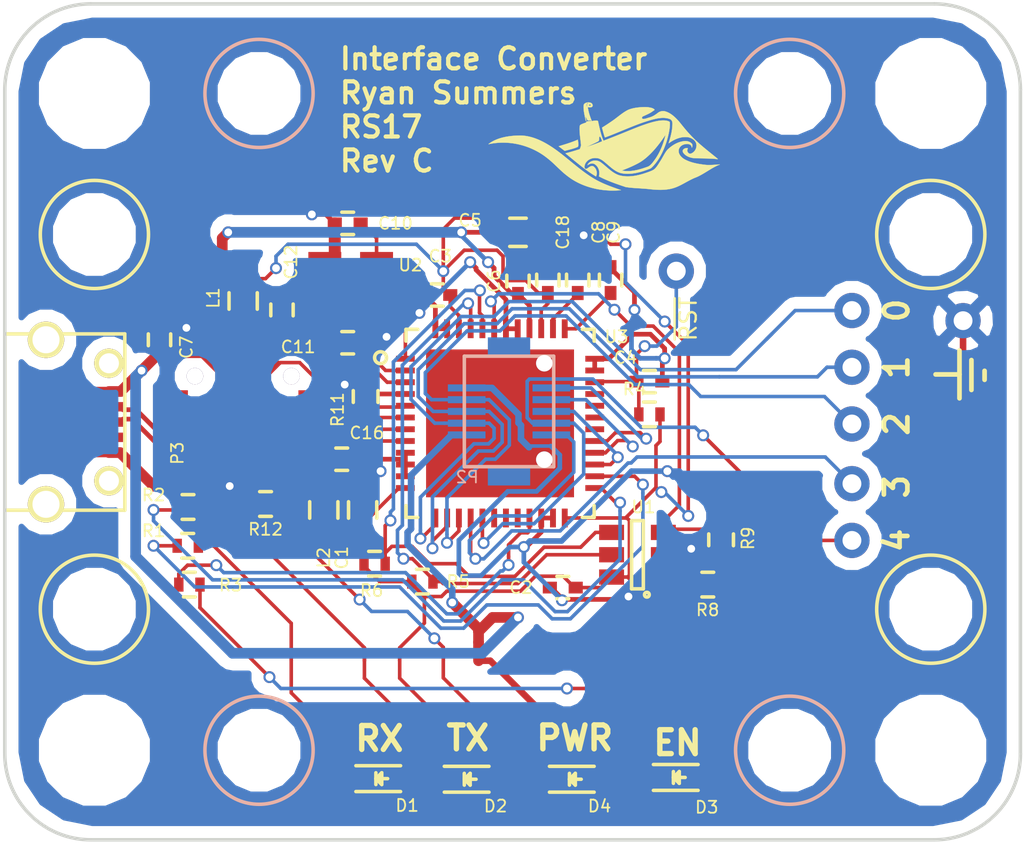
<source format=kicad_pcb>
(kicad_pcb (version 4) (host pcbnew 4.0.5-e0-6337~49~ubuntu16.04.1)
  (title_block (title "Interface Converter Layout") (date 01-28-2017) (rev C) (company "Palouse Robosub") (comment 1 "Ryan Summers"))
  (layers (0 F.Cu signal) (31 B.Cu signal) (34 B.Paste user) (35 F.Paste user) (36 B.SilkS user) (37 F.SilkS user) (38 B.Mask user) (39 F.Mask user) (44 Edge.Cuts user))
  (net 0 "")
  (net 1 +3V3)
  (net 2 GND)
  (net 3 /Vbus)
  (net 4 /Vcore)
  (net 5 /VCCA)
  (net 6 /Vphy)
  (net 7 /Vpll)
  (net 8 "Net-(D1-Pad1)")
  (net 9 "Net-(D2-Pad1)")
  (net 10 "Net-(D3-Pad1)")
  (net 11 /USB+)
  (net 12 /USB-)
  (net 13 /AD3)
  (net 14 /AD0)
  (net 15 /AD2)
  (net 16 /AD4)
  (net 17 /AC3)
  (net 18 /AC4)
  (net 19 /AC5)
  (net 20 /AC2)
  (net 21 /AC1)
  (net 22 "Net-(R8-Pad2)")
  (net 23 "Net-(R11-Pad1)")
  (net 24 /AD1)
  (net 25 /AC0)
  (net 26 "Net-(D4-Pad1)")
  (net 27 /~RST)
  (net 28 /XCSI)
  (net 29 /XCSO)
  (net 30 /eecs)
  (net 31 /eeclk)
  (net 32 /eedata)
  (module Mounting_Holes:MountingHole_3.7mm (layer F.Cu) (at 147.9042 86.548204)
    (fp_text reference REF** hide)
    (fp_text value MountingHole_3.7mm)
    (pad 1 np_thru_hole circle (at 0 0) (size 3.7 3.7) (drill 3.7) (layers *.Cu *.Mask))
  )
  (module Mounting_Holes:MountingHole_3.7mm (layer F.Cu) (at 147.9042 114.488204)
    (fp_text reference REF** hide)
    (fp_text value MountingHole_3.7mm)
    (pad 1 np_thru_hole circle (at 0 0) (size 3.7 3.7) (drill 3.7) (layers *.Cu *.Mask))
  )
  (module Mounting_Holes:MountingHole_3.7mm (layer F.Cu) (at 112.3442 114.488204)
    (fp_text reference REF** hide)
    (fp_text value MountingHole_3.7mm)
    (pad 1 np_thru_hole circle (at 0 0) (size 3.7 3.7) (drill 3.7) (layers *.Cu *.Mask))
  )
  (module Capacitors_SMD:C_0603 (layer F.Cu) (at 123.7488 104.267 90)
    (fp_text reference C1 (at -2.032 -0.889 90) (layer F.SilkS) (effects (font (size 0.508 0.508) (thickness 0.0762))))
    (fp_text value 4.7uF)
    (pad 1 smd rect (at -0.75 0 90) (size 0.8 0.75) (layers F.Cu F.Paste F.Mask) (net 1 +3V3))
    (pad 2 smd rect (at 0.75 0 90) (size 0.8 0.75) (layers F.Cu F.Paste F.Mask) (net 2 GND))
  )
  (module Capacitors_SMD:C_0402 (layer F.Cu) (at 132.2578 107.569 180)
    (fp_text reference C2 (at 1.778 0 180) (layer F.SilkS) (effects (font (size 0.508 0.508) (thickness 0.0762))))
    (fp_text value 100nF)
    (pad 1 smd rect (at -0.55 0 180) (size 0.6 0.5) (layers F.Cu F.Paste F.Mask) (net 1 +3V3))
    (pad 2 smd rect (at 0.55 0 180) (size 0.6 0.5) (layers F.Cu F.Paste F.Mask) (net 2 GND))
  )
  (module Capacitors_SMD:C_0402 (layer F.Cu) (at 126.9238 95.123 180)
    (fp_text reference C3 (at -0.127 1.651 180) (layer F.SilkS) (effects (font (size 0.508 0.508) (thickness 0.0762))))
    (fp_text value 100nF)
    (pad 1 smd rect (at -0.55 0 180) (size 0.6 0.5) (layers F.Cu F.Paste F.Mask) (net 1 +3V3))
    (pad 2 smd rect (at 0.55 0 180) (size 0.6 0.5) (layers F.Cu F.Paste F.Mask) (net 2 GND))
  )
  (module Capacitors_SMD:C_0402 (layer F.Cu) (at 135.9408 98.806)
    (fp_text reference C4 (at -1.016 -1.016) (layer F.SilkS) (effects (font (size 0.508 0.508) (thickness 0.0762))))
    (fp_text value 10nF)
    (pad 1 smd rect (at -0.55 0) (size 0.6 0.5) (layers F.Cu F.Paste F.Mask) (net 27 /~RST))
    (pad 2 smd rect (at 0.55 0) (size 0.6 0.5) (layers F.Cu F.Paste F.Mask) (net 2 GND))
  )
  (module Capacitors_SMD:C_0603 (layer F.Cu) (at 130.3528 92.456)
    (fp_text reference C5 (at -2.032 -0.508) (layer F.SilkS) (effects (font (size 0.508 0.508) (thickness 0.0762))))
    (fp_text value 4.7uF)
    (pad 1 smd rect (at -0.75 0) (size 0.8 0.75) (layers F.Cu F.Paste F.Mask) (net 3 /Vbus))
    (pad 2 smd rect (at 0.75 0) (size 0.8 0.75) (layers F.Cu F.Paste F.Mask) (net 2 GND))
  )
  (module Capacitors_SMD:C_0402 (layer F.Cu) (at 130.3528 94.53 90)
    (fp_text reference C6 (at 0 -1.016 90) (layer F.SilkS) (effects (font (size 0.508 0.508) (thickness 0.0762))))
    (fp_text value 100nF)
    (pad 1 smd rect (at -0.55 0 90) (size 0.6 0.5) (layers F.Cu F.Paste F.Mask) (net 3 /Vbus))
    (pad 2 smd rect (at 0.55 0 90) (size 0.6 0.5) (layers F.Cu F.Paste F.Mask) (net 2 GND))
  )
  (module Capacitors_SMD:C_0402 (layer F.Cu) (at 115.1128 97.028 90)
    (fp_text reference C7 (at -0.3175 1.143 90) (layer F.SilkS) (effects (font (size 0.508 0.508) (thickness 0.0762))))
    (fp_text value 10nF)
    (pad 1 smd rect (at -0.55 0 90) (size 0.6 0.5) (layers F.Cu F.Paste F.Mask) (net 3 /Vbus))
    (pad 2 smd rect (at 0.55 0 90) (size 0.6 0.5) (layers F.Cu F.Paste F.Mask) (net 2 GND))
  )
  (module Capacitors_SMD:C_0402 (layer F.Cu) (at 132.8928 94.488 90)
    (fp_text reference C8 (at 2.032 0.889 90) (layer F.SilkS) (effects (font (size 0.508 0.508) (thickness 0.0762))))
    (fp_text value 100nF)
    (pad 1 smd rect (at -0.55 0 90) (size 0.6 0.5) (layers F.Cu F.Paste F.Mask) (net 4 /Vcore))
    (pad 2 smd rect (at 0.55 0 90) (size 0.6 0.5) (layers F.Cu F.Paste F.Mask) (net 2 GND))
  )
  (module Capacitors_SMD:C_0402 (layer F.Cu) (at 134.2898 94.488 90)
    (fp_text reference C9 (at 2.032 0.127 90) (layer F.SilkS) (effects (font (size 0.508 0.508) (thickness 0.0762))))
    (fp_text value 100nF)
    (pad 1 smd rect (at -0.55 0 90) (size 0.6 0.5) (layers F.Cu F.Paste F.Mask) (net 5 /VCCA))
    (pad 2 smd rect (at 0.55 0 90) (size 0.6 0.5) (layers F.Cu F.Paste F.Mask) (net 2 GND))
  )
  (module Capacitors_SMD:C_0402 (layer F.Cu) (at 123.1138 92.075 180)
    (fp_text reference C10 (at -2.032 0 180) (layer F.SilkS) (effects (font (size 0.508 0.508) (thickness 0.0762))))
    (fp_text value 20pF)
    (pad 1 smd rect (at -0.55 0 180) (size 0.6 0.5) (layers F.Cu F.Paste F.Mask) (net 28 /XCSI))
    (pad 2 smd rect (at 0.55 0 180) (size 0.6 0.5) (layers F.Cu F.Paste F.Mask) (net 2 GND))
  )
  (module Capacitors_SMD:C_0402 (layer F.Cu) (at 123.1138 97.155)
    (fp_text reference C11 (at -2.1082 0.1778) (layer F.SilkS) (effects (font (size 0.508 0.508) (thickness 0.0762))))
    (fp_text value 20pF)
    (pad 1 smd rect (at -0.55 0) (size 0.6 0.5) (layers F.Cu F.Paste F.Mask) (net 29 /XCSO))
    (pad 2 smd rect (at 0.55 0) (size 0.6 0.5) (layers F.Cu F.Paste F.Mask) (net 2 GND))
  )
  (module Capacitors_SMD:C_0402 (layer F.Cu) (at 120.3198 95.758 90)
    (fp_text reference C12 (at 2.032 0.381 90) (layer F.SilkS) (effects (font (size 0.508 0.508) (thickness 0.0762))))
    (fp_text value 100nF)
    (pad 1 smd rect (at -0.55 0 90) (size 0.6 0.5) (layers F.Cu F.Paste F.Mask) (net 6 /Vphy))
    (pad 2 smd rect (at 0.55 0 90) (size 0.6 0.5) (layers F.Cu F.Paste F.Mask) (net 2 GND))
  )
  (module Capacitors_SMD:C_0402 (layer F.Cu) (at 122.8598 102.108)
    (fp_text reference C16 (at 1.0668 -1.1176) (layer F.SilkS) (effects (font (size 0.508 0.508) (thickness 0.0762))))
    (fp_text value 100nF)
    (pad 1 smd rect (at -0.55 0) (size 0.6 0.5) (layers F.Cu F.Paste F.Mask) (net 7 /Vpll))
    (pad 2 smd rect (at 0.55 0) (size 0.6 0.5) (layers F.Cu F.Paste F.Mask) (net 2 GND))
  )
  (module Capacitors_SMD:C_0402 (layer F.Cu) (at 131.6228 94.488 90)
    (fp_text reference C18 (at 2.032 0.635 90) (layer F.SilkS) (effects (font (size 0.508 0.508) (thickness 0.0762))))
    (fp_text value 100nF)
    (pad 1 smd rect (at -0.55 0 90) (size 0.6 0.5) (layers F.Cu F.Paste F.Mask) (net 1 +3V3))
    (pad 2 smd rect (at 0.55 0 90) (size 0.6 0.5) (layers F.Cu F.Paste F.Mask) (net 2 GND))
  )
  (module LEDs:LED_0603 (layer F.Cu) (at 124.5616 115.697)
    (fp_text reference D1 (at 1.0795 1.143) (layer F.SilkS) (effects (font (size 0.508 0.508) (thickness 0.0762))))
    (fp_text value TX)
    (pad 2 smd rect (at 0.7493 0 180) (size 0.79756 0.79756) (layers F.Cu F.Paste F.Mask) (net 1 +3V3))
    (pad 1 smd rect (at -0.7493 0 180) (size 0.79756 0.79756) (layers F.Cu F.Paste F.Mask) (net 8 "Net-(D1-Pad1)"))
  )
  (module LEDs:LED_0603 (layer F.Cu) (at 128.3208 115.7224)
    (fp_text reference D2 (at 1.0795 1.143) (layer F.SilkS) (effects (font (size 0.508 0.508) (thickness 0.0762))))
    (fp_text value RX)
    (pad 2 smd rect (at 0.7493 0 180) (size 0.79756 0.79756) (layers F.Cu F.Paste F.Mask) (net 1 +3V3))
    (pad 1 smd rect (at -0.7493 0 180) (size 0.79756 0.79756) (layers F.Cu F.Paste F.Mask) (net 9 "Net-(D2-Pad1)"))
  )
  (module LEDs:LED_0603 (layer F.Cu) (at 137.2108 115.6462)
    (fp_text reference D3 (at 1.1684 1.27) (layer F.SilkS) (effects (font (size 0.508 0.508) (thickness 0.0762))))
    (fp_text value ON)
    (pad 2 smd rect (at 0.7493 0 180) (size 0.79756 0.79756) (layers F.Cu F.Paste F.Mask) (net 1 +3V3))
    (pad 1 smd rect (at -0.7493 0 180) (size 0.79756 0.79756) (layers F.Cu F.Paste F.Mask) (net 10 "Net-(D3-Pad1)"))
  )
  (module Capacitors_SMD:C_0603_HandSoldering (layer F.Cu) (at 118.6688 95.377 270)
    (fp_text reference L1 (at -0.127 1.27 270) (layer F.SilkS) (effects (font (size 0.508 0.508) (thickness 0.0762))))
    (fp_text value 1uH)
    (pad 1 smd rect (at -0.95 0 270) (size 1.2 0.75) (layers F.Cu F.Paste F.Mask) (net 1 +3V3))
    (pad 2 smd rect (at 0.95 0 270) (size 1.2 0.75) (layers F.Cu F.Paste F.Mask) (net 6 /Vphy))
  )
  (module Capacitors_SMD:C_0603 (layer F.Cu) (at 122.0978 104.267 90)
    (fp_text reference L2 (at -2.032 0 90) (layer F.SilkS) (effects (font (size 0.508 0.508) (thickness 0.0762))))
    (fp_text value 1uH)
    (pad 1 smd rect (at -0.75 0 90) (size 0.8 0.75) (layers F.Cu F.Paste F.Mask) (net 1 +3V3))
    (pad 2 smd rect (at 0.75 0 90) (size 0.8 0.75) (layers F.Cu F.Paste F.Mask) (net 7 /Vpll))
  )
  (module Resistors_SMD:R_0402 (layer F.Cu) (at 116.3138 105.791 180)
    (fp_text reference R1 (at 1.455 0.635 180) (layer F.SilkS) (effects (font (size 0.508 0.508) (thickness 0.0762))))
    (fp_text value 100)
    (pad 1 smd rect (at -0.45 0 180) (size 0.4 0.6) (layers F.Cu F.Paste F.Mask) (net 8 "Net-(D1-Pad1)"))
    (pad 2 smd rect (at 0.45 0 180) (size 0.4 0.6) (layers F.Cu F.Paste F.Mask) (net 20 /AC2))
  )
  (module Resistors_SMD:R_0402 (layer F.Cu) (at 116.3248 104.14 180)
    (fp_text reference R2 (at 1.466 0.508 180) (layer F.SilkS) (effects (font (size 0.508 0.508) (thickness 0.0762))))
    (fp_text value 65)
    (pad 1 smd rect (at -0.45 0 180) (size 0.4 0.6) (layers F.Cu F.Paste F.Mask) (net 9 "Net-(D2-Pad1)"))
    (pad 2 smd rect (at 0.45 0 180) (size 0.4 0.6) (layers F.Cu F.Paste F.Mask) (net 21 /AC1))
  )
  (module Resistors_SMD:R_0402 (layer F.Cu) (at 116.3828 107.442 180)
    (fp_text reference R3 (at -1.7526 -0.0254 180) (layer F.SilkS) (effects (font (size 0.508 0.508) (thickness 0.0762))))
    (fp_text value 65)
    (pad 1 smd rect (at -0.45 0 180) (size 0.4 0.6) (layers F.Cu F.Paste F.Mask) (net 10 "Net-(D3-Pad1)"))
    (pad 2 smd rect (at 0.45 0 180) (size 0.4 0.6) (layers F.Cu F.Paste F.Mask) (net 25 /AC0))
  )
  (module Resistors_SMD:R_0402 (layer F.Cu) (at 135.9408 100.203 180)
    (fp_text reference R4 (at 0.635 1.0795 180) (layer F.SilkS) (effects (font (size 0.508 0.508) (thickness 0.0762))))
    (fp_text value 10k)
    (pad 1 smd rect (at -0.45 0 180) (size 0.4 0.6) (layers F.Cu F.Paste F.Mask) (net 1 +3V3))
    (pad 2 smd rect (at 0.45 0 180) (size 0.4 0.6) (layers F.Cu F.Paste F.Mask) (net 27 /~RST))
  )
  (module Resistors_SMD:R_0402 (layer F.Cu) (at 126.2888 107.315)
    (fp_text reference R5 (at 1.524 0) (layer F.SilkS) (effects (font (size 0.508 0.508) (thickness 0.0762))))
    (fp_text value 10k)
    (pad 1 smd rect (at -0.45 0) (size 0.4 0.6) (layers F.Cu F.Paste F.Mask) (net 1 +3V3))
    (pad 2 smd rect (at 0.45 0) (size 0.4 0.6) (layers F.Cu F.Paste F.Mask) (net 30 /eecs))
  )
  (module Resistors_SMD:R_0402 (layer F.Cu) (at 124.2568 106.553)
    (fp_text reference R6 (at -0.127 1.143) (layer F.SilkS) (effects (font (size 0.508 0.508) (thickness 0.0762))))
    (fp_text value 10k)
    (pad 1 smd rect (at -0.45 0) (size 0.4 0.6) (layers F.Cu F.Paste F.Mask) (net 1 +3V3))
    (pad 2 smd rect (at 0.45 0) (size 0.4 0.6) (layers F.Cu F.Paste F.Mask) (net 31 /eeclk))
  )
  (module Resistors_SMD:R_0402 (layer F.Cu) (at 138.4228 107.442 180)
    (fp_text reference R8 (at 0.0055 -1.0795 180) (layer F.SilkS) (effects (font (size 0.508 0.508) (thickness 0.0762))))
    (fp_text value 10k)
    (pad 1 smd rect (at -0.45 0 180) (size 0.4 0.6) (layers F.Cu F.Paste F.Mask) (net 1 +3V3))
    (pad 2 smd rect (at 0.45 0 180) (size 0.4 0.6) (layers F.Cu F.Paste F.Mask) (net 22 "Net-(R8-Pad2)"))
  )
  (module Resistors_SMD:R_0402 (layer F.Cu) (at 138.9888 105.537 270)
    (fp_text reference R9 (at -0.0635 -1.143 270) (layer F.SilkS) (effects (font (size 0.508 0.508) (thickness 0.0762))))
    (fp_text value 2k)
    (pad 1 smd rect (at -0.45 0 270) (size 0.4 0.6) (layers F.Cu F.Paste F.Mask) (net 32 /eedata))
    (pad 2 smd rect (at 0.45 0 270) (size 0.4 0.6) (layers F.Cu F.Paste F.Mask) (net 22 "Net-(R8-Pad2)"))
  )
  (module Resistors_SMD:R_0402 (layer F.Cu) (at 123.8758 99.441 90)
    (fp_text reference R11 (at -0.5588 -1.1938 270) (layer F.SilkS) (effects (font (size 0.508 0.508) (thickness 0.0762))))
    (fp_text value 12k/1%)
    (pad 1 smd rect (at -0.45 0 90) (size 0.4 0.6) (layers F.Cu F.Paste F.Mask) (net 23 "Net-(R11-Pad1)"))
    (pad 2 smd rect (at 0.45 0 90) (size 0.4 0.6) (layers F.Cu F.Paste F.Mask) (net 2 GND))
  )
  (module TO_SOT_Packages_SMD:SOT-23-6 (layer F.Cu) (at 135.4328 106.172 180)
    (fp_text reference U1 (at -0.254 2.032 180) (layer F.SilkS) (effects (font (size 0.508 0.508) (thickness 0.0762))))
    (fp_text value 93LCxxB-6)
    (pad 1 smd rect (at -1.1 -0.95 180) (size 1.06 0.65) (layers F.Cu F.Paste F.Mask) (net 22 "Net-(R8-Pad2)"))
    (pad 2 smd rect (at -1.1 0 180) (size 1.06 0.65) (layers F.Cu F.Paste F.Mask) (net 2 GND))
    (pad 3 smd rect (at -1.1 0.95 180) (size 1.06 0.65) (layers F.Cu F.Paste F.Mask) (net 32 /eedata))
    (pad 4 smd rect (at 1.1 0.95 180) (size 1.06 0.65) (layers F.Cu F.Paste F.Mask) (net 31 /eeclk))
    (pad 6 smd rect (at 1.1 -0.95 180) (size 1.06 0.65) (layers F.Cu F.Paste F.Mask) (net 1 +3V3))
    (pad 5 smd rect (at 1.1 0 180) (size 1.06 0.65) (layers F.Cu F.Paste F.Mask) (net 30 /eecs))
  )
  (module robosub_footprints:DFN-4 (layer F.Cu) (at 123.2408 94.742 180)
    (fp_text reference U2 (at -2.54 0.889 180) (layer F.SilkS) (effects (font (size 0.508 0.508) (thickness 0.0762))))
    (fp_text value Osc)
    (pad 2 smd rect (at 1.1 0.85 180) (size 1.4 1.2) (layers F.Cu F.Paste F.Mask) (net 2 GND))
    (pad 1 smd rect (at -1.1 0.85 180) (size 1.4 1.2) (layers F.Cu F.Paste F.Mask) (net 28 /XCSI))
    (pad 4 smd rect (at -1.1 -0.85 180) (size 1.4 1.2) (layers F.Cu F.Paste F.Mask) (net 2 GND))
    (pad 3 smd rect (at 1.1 -0.85 180) (size 1.4 1.2) (layers F.Cu F.Paste F.Mask) (net 29 /XCSO))
  )
  (module LEDs:LED_0603 (layer F.Cu) (at 132.7912 115.7224)
    (fp_text reference D4 (at 1.0287 1.143) (layer F.SilkS) (effects (font (size 0.508 0.508) (thickness 0.077))))
    (fp_text value LED)
    (pad 2 smd rect (at 0.7493 0 180) (size 0.79756 0.79756) (layers F.Cu F.Paste F.Mask) (net 3 /Vbus))
    (pad 1 smd rect (at -0.7493 0 180) (size 0.79756 0.79756) (layers F.Cu F.Paste F.Mask) (net 26 "Net-(D4-Pad1)"))
  )
  (module Resistors_SMD:R_0402 (layer F.Cu) (at 119.6213 104.013 180)
    (fp_text reference R12 (at 0 -1.0795 180) (layer F.SilkS) (effects (font (size 0.508 0.508) (thickness 0.0762))))
    (fp_text value 150)
    (pad 1 smd rect (at -0.45 0 180) (size 0.4 0.6) (layers F.Cu F.Paste F.Mask) (net 26 "Net-(D4-Pad1)"))
    (pad 2 smd rect (at 0.45 0 180) (size 0.4 0.6) (layers F.Cu F.Paste F.Mask) (net 2 GND))
  )
  (module robosub_footprints:QFN_48-8x8 (layer F.Cu) (at 129.5908 100.584)
    (fp_text reference U3 (at 4.953 -3.683) (layer F.SilkS) (effects (font (size 0.508 0.508) (thickness 0.0762))))
    (fp_text value FT232H)
    (pad 32 smd rect (at 4.025 -0.75) (size 0.8 0.25) (layers F.Cu F.Paste F.Mask))
    (pad 49 smd rect (at 0 0) (size 6.29 6.29) (layers F.Cu F.Paste F.Mask))
    (pad 31 smd rect (at 4.025 -0.25) (size 0.8 0.25) (layers F.Cu F.Paste F.Mask))
    (pad 30 smd rect (at 4.025 0.25) (size 0.8 0.25) (layers F.Cu F.Paste F.Mask))
    (pad 33 smd rect (at 4.025 -1.25) (size 0.8 0.25) (layers F.Cu F.Paste F.Mask))
    (pad 34 smd rect (at 4.025 -1.75) (size 0.8 0.25) (layers F.Cu F.Paste F.Mask) (net 27 /~RST))
    (pad 35 smd rect (at 4.025 -2.25) (size 0.8 0.25) (layers F.Cu F.Paste F.Mask) (net 2 GND))
    (pad 36 smd rect (at 4.025 -2.75) (size 0.8 0.25) (layers F.Cu F.Paste F.Mask) (net 2 GND))
    (pad 29 smd rect (at 4.025 0.75) (size 0.8 0.25) (layers F.Cu F.Paste F.Mask) (net 19 /AC5))
    (pad 28 smd rect (at 4.025 1.25) (size 0.8 0.25) (layers F.Cu F.Paste F.Mask) (net 18 /AC4))
    (pad 27 smd rect (at 4.025 1.75) (size 0.8 0.25) (layers F.Cu F.Paste F.Mask) (net 17 /AC3))
    (pad 26 smd rect (at 4.025 2.25) (size 0.8 0.25) (layers F.Cu F.Paste F.Mask) (net 20 /AC2))
    (pad 25 smd rect (at 4.025 2.75) (size 0.8 0.25) (layers F.Cu F.Paste F.Mask) (net 21 /AC1))
    (pad 3 smd rect (at -4.025 -1.75) (size 0.8 0.25) (layers F.Cu F.Paste F.Mask) (net 6 /Vphy))
    (pad 2 smd rect (at -4.025 -2.25) (size 0.8 0.25) (layers F.Cu F.Paste F.Mask) (net 29 /XCSO))
    (pad 1 smd rect (at -4.025 -2.75) (size 0.8 0.25) (layers F.Cu F.Paste F.Mask) (net 28 /XCSI))
    (pad 12 smd rect (at -4.025 2.75) (size 0.8 0.25) (layers F.Cu F.Paste F.Mask) (net 1 +3V3))
    (pad 6 smd rect (at -4.025 -0.25) (size 0.8 0.25) (layers F.Cu F.Paste F.Mask) (net 12 /USB-))
    (pad 5 smd rect (at -4.025 -0.75) (size 0.8 0.25) (layers F.Cu F.Paste F.Mask) (net 23 "Net-(R11-Pad1)"))
    (pad 7 smd rect (at -4.025 0.25) (size 0.8 0.25) (layers F.Cu F.Paste F.Mask) (net 11 /USB+))
    (pad 4 smd rect (at -4.025 -1.25) (size 0.8 0.25) (layers F.Cu F.Paste F.Mask) (net 2 GND))
    (pad 8 smd rect (at -4.025 0.75) (size 0.8 0.25) (layers F.Cu F.Paste F.Mask) (net 7 /Vpll))
    (pad 9 smd rect (at -4.025 1.25) (size 0.8 0.25) (layers F.Cu F.Paste F.Mask) (net 2 GND))
    (pad 10 smd rect (at -4.025 1.75) (size 0.8 0.25) (layers F.Cu F.Paste F.Mask) (net 2 GND))
    (pad 11 smd rect (at -4.025 2.25) (size 0.8 0.25) (layers F.Cu F.Paste F.Mask) (net 2 GND))
    (pad 48 smd rect (at -2.75 -4.025 90) (size 0.8 0.25) (layers F.Cu F.Paste F.Mask) (net 2 GND))
    (pad 47 smd rect (at -2.25 -4.025 90) (size 0.8 0.25) (layers F.Cu F.Paste F.Mask) (net 2 GND))
    (pad 46 smd rect (at -1.75 -4.025 90) (size 0.8 0.25) (layers F.Cu F.Paste F.Mask) (net 1 +3V3))
    (pad 45 smd rect (at -1.25 -4.025 90) (size 0.8 0.25) (layers F.Cu F.Paste F.Mask) (net 30 /eecs))
    (pad 44 smd rect (at -0.75 -4.025 90) (size 0.8 0.25) (layers F.Cu F.Paste F.Mask) (net 31 /eeclk))
    (pad 43 smd rect (at -0.25 -4.025 90) (size 0.8 0.25) (layers F.Cu F.Paste F.Mask) (net 32 /eedata))
    (pad 42 smd rect (at 0.25 -4.025 90) (size 0.8 0.25) (layers F.Cu F.Paste F.Mask) (net 2 GND))
    (pad 39 smd rect (at 1.75 -4.025 90) (size 0.8 0.25) (layers F.Cu F.Paste F.Mask) (net 1 +3V3))
    (pad 40 smd rect (at 1.25 -4.025 90) (size 0.8 0.25) (layers F.Cu F.Paste F.Mask) (net 3 /Vbus))
    (pad 41 smd rect (at 0.75 -4.025 90) (size 0.8 0.25) (layers F.Cu F.Paste F.Mask) (net 2 GND))
    (pad 38 smd rect (at 2.25 -4.025 90) (size 0.8 0.25) (layers F.Cu F.Paste F.Mask) (net 4 /Vcore))
    (pad 37 smd rect (at 2.75 -4.025 90) (size 0.8 0.25) (layers F.Cu F.Paste F.Mask) (net 5 /VCCA))
    (pad 16 smd rect (at -1.25 4.025 90) (size 0.8 0.25) (layers F.Cu F.Paste F.Mask) (net 13 /AD3))
    (pad 13 smd rect (at -2.75 4.025 90) (size 0.8 0.25) (layers F.Cu F.Paste F.Mask) (net 14 /AD0))
    (pad 14 smd rect (at -2.25 4.025 90) (size 0.8 0.25) (layers F.Cu F.Paste F.Mask) (net 24 /AD1))
    (pad 15 smd rect (at -1.75 4.025 90) (size 0.8 0.25) (layers F.Cu F.Paste F.Mask) (net 15 /AD2))
    (pad 17 smd rect (at -0.75 4.025 90) (size 0.8 0.25) (layers F.Cu F.Paste F.Mask) (net 16 /AD4))
    (pad 18 smd rect (at -0.25 4.025 90) (size 0.8 0.25) (layers F.Cu F.Paste F.Mask))
    (pad 19 smd rect (at 0.25 4.025 90) (size 0.8 0.25) (layers F.Cu F.Paste F.Mask))
    (pad 21 smd rect (at 1.25 4.025 90) (size 0.8 0.25) (layers F.Cu F.Paste F.Mask) (net 25 /AC0))
    (pad 20 smd rect (at 0.75 4.025 90) (size 0.8 0.25) (layers F.Cu F.Paste F.Mask))
    (pad 22 smd rect (at 1.75 4.025 90) (size 0.8 0.25) (layers F.Cu F.Paste F.Mask) (net 2 GND))
    (pad 23 smd rect (at 2.25 4.025 90) (size 0.8 0.25) (layers F.Cu F.Paste F.Mask) (net 2 GND))
    (pad 24 smd rect (at 2.75 4.025 90) (size 0.8 0.25) (layers F.Cu F.Paste F.Mask) (net 1 +3V3))
  )
  (module robosub_footprints:USB-Micro-B-TH (layer F.Cu) (at 113.6368 100.527 270)
    (fp_text reference P1 hide)
    (fp_text value USB_OTG)
    (pad 3 smd rect (at 0 0.675 270) (size 0.4 1.35) (layers F.Cu F.Paste F.Mask) (net 11 /USB+))
    (pad 2 smd rect (at -0.65 0.675 270) (size 0.4 1.35) (layers F.Cu F.Paste F.Mask) (net 12 /USB-))
    (pad 4 smd rect (at 0.65 0.675 270) (size 0.4 1.35) (layers F.Cu F.Paste F.Mask))
    (pad 5 smd rect (at 1.3 0.675 270) (size 0.4 1.35) (layers F.Cu F.Paste F.Mask) (net 2 GND))
    (pad 1 smd rect (at -1.3 0.675 270) (size 0.4 1.35) (layers F.Cu F.Paste F.Mask) (net 3 /Vbus))
    (pad "" smd rect (at 1.2 3.35 270) (size 1.9 1.9) (layers F.Cu F.Paste F.Mask))
    (pad "" smd rect (at -1.2 3.35 270) (size 1.9 1.9) (layers F.Cu F.Paste F.Mask))
    (pad "" thru_hole circle (at -2.5 0.675 270) (size 1.25 1.25) (drill 0.85) (layers *.Cu *.Mask F.SilkS))
    (pad "" thru_hole circle (at 2.5 0.675 270) (size 1.25 1.25) (drill 0.85) (layers *.Cu *.Mask F.SilkS))
    (pad "" thru_hole circle (at -3.5 3.35 270) (size 1.55 1.55) (drill 1.15) (layers *.Cu *.Mask F.SilkS))
    (pad "" thru_hole circle (at 3.5 3.35 270) (size 1.55 1.55) (drill 1.15) (layers *.Cu *.Mask F.SilkS))
  )
  (module Measurement_Points:Measurement_Point_Round-TH_Small (layer F.Cu) (at 137.0838 94.107)
    (fp_text reference W1 hide)
    (fp_text value TEST_1P)
    (pad 1 thru_hole circle (at 0 0) (size 1.5 1.5) (drill 0.8) (layers *.Cu *.Mask) (net 27 /~RST))
  )
  (module robosub_footprints:3mm-10pos-outer-receptacle (layer F.Cu) (at 118.6688 100.076)
    (fp_text reference P3 (at -2.794 1.778 90) (layer F.SilkS) (effects (font (size 0.5 0.5) (thickness 0.075))))
    (fp_text value Mezzanine-Header)
    (pad "" thru_hole circle (at 2.05 -1.5) (size 0.7 0.7) (drill 0.7) (layers *.Cu *.Mask))
    (pad "" thru_hole circle (at -2.05 -1.5) (size 0.7 0.7) (drill 0.7) (layers *.Cu *.Mask))
    (pad 6 smd rect (at 0 1.8) (size 0.3 1.6) (layers F.Cu F.Paste F.Mask) (net 2 GND))
    (pad 10 smd rect (at 1 1.8) (size 0.3 1.6) (layers F.Cu F.Paste F.Mask) (net 11 /USB+))
    (pad 8 smd rect (at 0.5 1.8) (size 0.3 1.6) (layers F.Cu F.Paste F.Mask) (net 2 GND))
    (pad 2 smd rect (at -1 1.8) (size 0.3 1.6) (layers F.Cu F.Paste F.Mask) (net 2 GND))
    (pad 4 smd rect (at -0.5 1.8) (size 0.3 1.6) (layers F.Cu F.Paste F.Mask) (net 2 GND))
    (pad 5 smd rect (at 0 -1.8) (size 0.3 1.6) (layers F.Cu F.Paste F.Mask) (net 3 /Vbus))
    (pad 3 smd rect (at -0.5 -1.8) (size 0.3 1.6) (layers F.Cu F.Paste F.Mask) (net 3 /Vbus))
    (pad 1 smd rect (at -1 -1.8) (size 0.3 1.6) (layers F.Cu F.Paste F.Mask) (net 3 /Vbus))
    (pad 9 smd rect (at 1 -1.8) (size 0.3 1.6) (layers F.Cu F.Paste F.Mask) (net 12 /USB-))
    (pad 7 smd rect (at 0.5 -1.8) (size 0.3 1.6) (layers F.Cu F.Paste F.Mask) (net 3 /Vbus))
    (pad "" smd rect (at 2.75 0) (size 0.8 1.8) (layers F.Cu F.Paste F.Mask))
    (pad "" smd rect (at -2.75 0) (size 0.8 1.8) (layers F.Cu F.Paste F.Mask))
  )
  (module Measurement_Points:Measurement_Point_Round-TH_Small (layer F.Cu) (at 144.5514 105.5624 90)
    (fp_text reference P8 hide)
    (fp_text value TST)
    (pad 1 thru_hole circle (at 0 0 90) (size 1.5 1.5) (drill 0.8) (layers *.Cu *.Mask) (net 16 /AD4))
  )
  (module Measurement_Points:Measurement_Point_Round-TH_Small (layer F.Cu) (at 144.5514 103.1494 90)
    (fp_text reference P9 hide)
    (fp_text value TST)
    (pad 1 thru_hole circle (at 0 0 90) (size 1.5 1.5) (drill 0.8) (layers *.Cu *.Mask) (net 13 /AD3))
  )
  (module Measurement_Points:Measurement_Point_Round-TH_Small (layer F.Cu) (at 144.5514 100.6094 90)
    (fp_text reference P10 hide)
    (fp_text value TST)
    (pad 1 thru_hole circle (at 0 0 90) (size 1.5 1.5) (drill 0.8) (layers *.Cu *.Mask) (net 15 /AD2))
  )
  (module Measurement_Points:Measurement_Point_Round-TH_Small (layer F.Cu) (at 144.5514 98.1964 90)
    (fp_text reference P11 hide)
    (fp_text value TST)
    (pad 1 thru_hole circle (at 0 0 90) (size 1.5 1.5) (drill 0.8) (layers *.Cu *.Mask) (net 24 /AD1))
  )
  (module Measurement_Points:Measurement_Point_Round-TH_Small (layer F.Cu) (at 144.5514 95.7834 90)
    (fp_text reference P12 hide)
    (fp_text value TST)
    (pad 1 thru_hole circle (at 0 0 90) (size 1.5 1.5) (drill 0.8) (layers *.Cu *.Mask) (net 14 /AD0))
  )
  (module Measurement_Points:Measurement_Point_Round-TH_Small (layer F.Cu) (at 149.2758 96.2152)
    (fp_text reference P13 hide)
    (fp_text value TST)
    (pad 1 thru_hole circle (at 0 0) (size 1.5 1.5) (drill 0.8) (layers *.Cu *.Mask) (net 2 GND))
  )
  (module robosub_footprints:3mm-10pos-outer-shroud (layer B.Cu) (at 129.9718 100.076 90)
    (fp_text reference P2 (at -2.794 -1.778 360) (layer B.SilkS) (effects (font (size 0.5 0.5) (thickness 0.075)) (justify mirror)))
    (fp_text value Mezzanine-Receptacle)
    (pad "" thru_hole circle (at 2.05 1.5 90) (size 0.7 0.7) (drill 0.7) (layers *.Cu *.Mask))
    (pad "" thru_hole circle (at -2.05 1.5 90) (size 0.7 0.7) (drill 0.7) (layers *.Cu *.Mask))
    (pad 5 smd rect (at 0 -1.8 90) (size 0.3 1.6) (layers B.Cu B.Paste B.Mask) (net 24 /AD1))
    (pad 9 smd rect (at 1 -1.8 90) (size 0.3 1.6) (layers B.Cu B.Paste B.Mask) (net 2 GND))
    (pad 7 smd rect (at 0.5 -1.8 90) (size 0.3 1.6) (layers B.Cu B.Paste B.Mask) (net 15 /AD2))
    (pad 1 smd rect (at -1 -1.8 90) (size 0.3 1.6) (layers B.Cu B.Paste B.Mask) (net 3 /Vbus))
    (pad 3 smd rect (at -0.5 -1.8 90) (size 0.3 1.6) (layers B.Cu B.Paste B.Mask) (net 14 /AD0))
    (pad 6 smd rect (at 0 1.8 90) (size 0.3 1.6) (layers B.Cu B.Paste B.Mask) (net 17 /AC3))
    (pad 4 smd rect (at -0.5 1.8 90) (size 0.3 1.6) (layers B.Cu B.Paste B.Mask) (net 16 /AD4))
    (pad 2 smd rect (at -1 1.8 90) (size 0.3 1.6) (layers B.Cu B.Paste B.Mask) (net 13 /AD3))
    (pad 10 smd rect (at 1 1.8 90) (size 0.3 1.6) (layers B.Cu B.Paste B.Mask) (net 19 /AC5))
    (pad 8 smd rect (at 0.5 1.8 90) (size 0.3 1.6) (layers B.Cu B.Paste B.Mask) (net 18 /AC4))
    (pad "" smd rect (at 2.75 0 90) (size 0.8 1.8) (layers B.Cu B.Paste B.Mask))
    (pad "" smd rect (at -2.75 0 90) (size 0.8 1.8) (layers B.Cu B.Paste B.Mask))
  )
  (module robosub_footprints:robosub_logo-medium (layer F.Cu) (at 134.0866 88.9254)
    (fp_text reference G*** hide)
    (fp_text value LOGO hide)
  )
  (module robosub_footprints:3mm-support (layer B.Cu) (at 141.9042 114.488204)
    (fp_text reference P4 hide)
    (fp_text value CONN_01X01)
    (pad "" np_thru_hole circle (at 0 0) (size 2.5 2.5) (drill 2.5) (layers *.Cu *.Mask))
  )
  (module robosub_footprints:3mm-support (layer B.Cu) (at 119.3442 114.488204)
    (fp_text reference P5 hide)
    (fp_text value CONN_01X01)
    (pad "" np_thru_hole circle (at 0 0) (size 2.5 2.5) (drill 2.5) (layers *.Cu *.Mask))
  )
  (module robosub_footprints:3mm-support (layer F.Cu) (at 112.3442 108.488204)
    (fp_text reference P6 hide)
    (fp_text value CONN_01X01)
    (pad "" np_thru_hole circle (at 0 0) (size 2.5 2.5) (drill 2.5) (layers *.Cu *.Mask))
  )
  (module robosub_footprints:3mm-support (layer B.Cu) (at 141.9042 86.548204)
    (fp_text reference P7 hide)
    (fp_text value CONN_01X01)
    (pad "" np_thru_hole circle (at 0 0) (size 2.5 2.5) (drill 2.5) (layers *.Cu *.Mask))
  )
  (module robosub_footprints:3mm-support (layer F.Cu) (at 147.9042 108.488204)
    (fp_text reference P14 hide)
    (fp_text value CONN_01X01)
    (pad "" np_thru_hole circle (at 0 0) (size 2.5 2.5) (drill 2.5) (layers *.Cu *.Mask))
  )
  (module robosub_footprints:3mm-support (layer F.Cu) (at 112.3442 92.548204)
    (fp_text reference P15 hide)
    (fp_text value CONN_01X01)
    (pad "" np_thru_hole circle (at 0 0) (size 2.5 2.5) (drill 2.5) (layers *.Cu *.Mask))
  )
  (module robosub_footprints:3mm-support (layer B.Cu) (at 119.3442 86.548204)
    (fp_text reference P16 hide)
    (fp_text value CONN_01X01)
    (pad "" np_thru_hole circle (at 0 0) (size 2.5 2.5) (drill 2.5) (layers *.Cu *.Mask))
  )
  (module robosub_footprints:3mm-support (layer F.Cu) (at 147.9042 92.548204)
    (fp_text reference P17 hide)
    (fp_text value CONN_01X01)
    (pad "" np_thru_hole circle (at 0 0) (size 2.5 2.5) (drill 2.5) (layers *.Cu *.Mask))
  )
  (module Mounting_Holes:MountingHole_3.7mm (layer F.Cu) (at 112.3442 86.548204)
    (fp_text reference REF** hide)
    (fp_text value MountingHole_3.7mm)
    (pad 1 np_thru_hole circle (at 0 0) (size 3.7 3.7) (drill 3.7) (layers *.Cu *.Mask))
  )
  (gr_arc (start 112.1918 86.395804) (end 112.1918 82.738204) (angle -90) (layer Edge.Cuts) (width 0.15))
  (gr_line (start 151.7142 114.640604) (end 151.7142 86.395804) (layer Edge.Cuts) (width 0.15))
  (gr_line (start 148.0566 82.738204) (end 112.1918 82.738204) (layer Edge.Cuts) (width 0.15))
  (gr_line (start 112.1918 118.298204) (end 148.0566 118.298204) (layer Edge.Cuts) (width 0.15))
  (gr_line (start 108.5342 86.395804) (end 108.5342 114.640604) (layer Edge.Cuts) (width 0.15))
  (gr_arc (start 148.0566 86.395804) (end 151.7142 86.395804) (angle -90) (layer Edge.Cuts) (width 0.15))
  (gr_arc (start 148.0566 114.640604) (end 148.0566 118.298204) (angle -89.9) (layer Edge.Cuts) (width 0.15))
  (gr_arc (start 112.1918 114.640604) (end 108.5342 114.640604) (angle -90) (layer Edge.Cuts) (width 0.15))
  (gr_text ~RST (at 137.5918 96.139 90) (layer F.SilkS) (effects (font (size 0.7 0.7) (thickness 0.1))))
  (gr_text 0 (at 146.4564 95.7834 90) (layer F.SilkS) (effects (font (size 1 1) (thickness 0.2))))
  (gr_text 1 (at 146.4564 98.1964 90) (layer F.SilkS) (effects (font (size 1 1) (thickness 0.2))))
  (gr_text 2 (at 146.4564 100.6094 90) (layer F.SilkS) (effects (font (size 1 1) (thickness 0.2))))
  (gr_text 3 (at 146.4564 103.2764 90) (layer F.SilkS) (effects (font (size 1 1) (thickness 0.2))))
  (gr_text 4 (at 146.4564 105.5624 90) (layer F.SilkS) (effects (font (size 1 1) (thickness 0.2))))
  (gr_line (start 149.1234 98.5012) (end 148.1074 98.5012) (layer F.SilkS) (width 0.2))
  (gr_line (start 150.1902 98.7298) (end 150.1902 98.3488) (layer F.SilkS) (width 0.2))
  (gr_line (start 149.6314 97.8916) (end 149.6314 99.1616) (layer F.SilkS) (width 0.2))
  (gr_line (start 149.1234 99.5172) (end 149.1234 97.4852) (layer F.SilkS) (width 0.2))
  (gr_text "Interface Converter\nRyan Summers\nRS17\nRev C" (at 122.682 87.249) (layer F.SilkS) (effects (font (size 0.9 0.9) (thickness 0.18)) (justify left)))
  (gr_text EN (at 137.1346 114.173) (layer F.SilkS) (effects (font (size 1.016 1.016) (thickness 0.2286))))
  (gr_text TX (at 128.2192 113.9698) (layer F.SilkS) (effects (font (size 1.016 1.016) (thickness 0.2286))))
  (gr_text RX (at 124.46 113.9952) (layer F.SilkS) (effects (font (size 1.016 1.016) (thickness 0.2286))))
  (gr_text PWR (at 132.7658 113.9698) (layer F.SilkS) (effects (font (size 1.016 1.016) (thickness 0.2286))))
  (segment (start 125.3236 110.6805) (end 125.3236 110.3884) (width 0.1524) (layer F.Cu) (net 1))
  (segment (start 125.3236 110.3884) (end 125.3236 110.12932) (width 0.1524) (layer F.Cu) (net 1))
  (segment (start 129.0701 115.7224) (end 129.0701 115.17122) (width 0.1524) (layer F.Cu) (net 1))
  (segment (start 129.0701 115.17122) (end 125.3236 111.42472) (width 0.1524) (layer F.Cu) (net 1))
  (segment (start 125.3236 111.42472) (end 125.3236 110.3884) (width 0.1524) (layer F.Cu) (net 1))
  (segment (start 125.3109 115.697) (end 125.3109 116.24818) (width 0.1524) (layer F.Cu) (net 1))
  (segment (start 125.3109 116.24818) (end 125.412501 116.349781) (width 0.1524) (layer F.Cu) (net 1))
  (segment (start 125.412501 116.349781) (end 128.993899 116.349781) (width 0.1524) (layer F.Cu) (net 1))
  (segment (start 128.993899 116.349781) (end 129.0701 116.27358) (width 0.1524) (layer F.Cu) (net 1))
  (segment (start 129.0701 116.27358) (end 129.0701 115.7224) (width 0.1524) (layer F.Cu) (net 1))
  (segment (start 137.9601 115.6462) (end 137.9601 116.19738) (width 0.1524) (layer F.Cu) (net 1))
  (segment (start 137.9601 116.19738) (end 137.807699 116.349781) (width 0.1524) (layer F.Cu) (net 1))
  (segment (start 137.807699 116.349781) (end 130.248661 116.349781) (width 0.1524) (layer F.Cu) (net 1))
  (segment (start 130.248661 116.349781) (end 129.62128 115.7224) (width 0.1524) (layer F.Cu) (net 1))
  (segment (start 129.62128 115.7224) (end 129.0701 115.7224) (width 0.1524) (layer F.Cu) (net 1))
  (segment (start 136.220199 101.526184) (end 136.3908 101.355583) (width 0.1524) (layer F.Cu) (net 1))
  (segment (start 136.3908 101.355583) (end 136.3908 100.203) (width 0.1524) (layer F.Cu) (net 1))
  (segment (start 131.089401 107.086399) (end 130.454401 107.721399) (width 0.1524) (layer F.Cu) (net 1))
  (segment (start 132.7578 107.569) (end 132.275199 107.086399) (width 0.1524) (layer F.Cu) (net 1))
  (segment (start 132.275199 107.086399) (end 131.089401 107.086399) (width 0.1524) (layer F.Cu) (net 1))
  (segment (start 130.454401 107.721399) (end 127.327151 107.721399) (width 0.1524) (layer F.Cu) (net 1))
  (segment (start 132.8078 107.569) (end 132.7578 107.569) (width 0.1524) (layer F.Cu) (net 1))
  (segment (start 127.327151 107.721399) (end 127.09855 107.95) (width 0.1524) (layer F.Cu) (net 1))
  (segment (start 127.09855 107.95) (end 126.3738 107.95) (width 0.1524) (layer F.Cu) (net 1))
  (segment (start 127.1778 94.107) (end 126.0348 92.964) (width 0.1524) (layer B.Cu) (net 1))
  (segment (start 126.0348 92.964) (end 120.5738 92.964) (width 0.1524) (layer B.Cu) (net 1))
  (segment (start 120.5738 92.964) (end 120.0658 93.472) (width 0.1524) (layer B.Cu) (net 1))
  (segment (start 120.0658 93.472) (end 120.0658 93.98) (width 0.1524) (layer B.Cu) (net 1))
  (segment (start 125.3236 110.12932) (end 126.3738 109.07912) (width 0.1524) (layer F.Cu) (net 1))
  (segment (start 126.3738 109.07912) (end 126.3738 107.95) (width 0.1524) (layer F.Cu) (net 1))
  (segment (start 133.178199 91.852399) (end 134.2898 92.964) (width 0.1524) (layer F.Cu) (net 1))
  (segment (start 134.2898 92.964) (end 134.9248 92.964) (width 0.1524) (layer F.Cu) (net 1))
  (via (at 134.9248 92.964) (size 0.508) (drill 0.3302) (layers F.Cu B.Cu) (net 1))
  (segment (start 127.1778 92.329) (end 127.654401 91.852399) (width 0.1524) (layer F.Cu) (net 1))
  (segment (start 127.654401 91.852399) (end 133.178199 91.852399) (width 0.1524) (layer F.Cu) (net 1))
  (segment (start 127.1778 94.107) (end 127.1778 92.329) (width 0.1524) (layer F.Cu) (net 1))
  (segment (start 129.4638 93.218) (end 128.0668 93.218) (width 0.1524) (layer F.Cu) (net 1))
  (segment (start 128.0668 93.218) (end 127.1778 94.107) (width 0.1524) (layer F.Cu) (net 1))
  (segment (start 129.7178 93.472) (end 129.4638 93.218) (width 0.1524) (layer F.Cu) (net 1))
  (segment (start 129.7178 94.234) (end 129.7178 93.472) (width 0.1524) (layer F.Cu) (net 1))
  (segment (start 129.992401 94.508601) (end 129.7178 94.234) (width 0.1524) (layer F.Cu) (net 1))
  (segment (start 130.691001 94.508601) (end 129.992401 94.508601) (width 0.1524) (layer F.Cu) (net 1))
  (segment (start 138.8728 107.442) (end 138.8728 107.542) (width 0.1524) (layer F.Cu) (net 1))
  (segment (start 138.444199 107.970601) (end 135.863801 107.970601) (width 0.1524) (layer F.Cu) (net 1))
  (segment (start 138.8728 107.542) (end 138.444199 107.970601) (width 0.1524) (layer F.Cu) (net 1))
  (segment (start 135.863801 107.970601) (end 135.0152 107.122) (width 0.1524) (layer F.Cu) (net 1))
  (segment (start 135.0152 107.122) (end 134.3328 107.122) (width 0.1524) (layer F.Cu) (net 1))
  (segment (start 131.2204 95.038) (end 130.691001 94.508601) (width 0.1524) (layer F.Cu) (net 1))
  (segment (start 131.6228 95.038) (end 131.2204 95.038) (width 0.1524) (layer F.Cu) (net 1))
  (segment (start 127.5238 95.123) (end 127.4738 95.123) (width 0.1524) (layer F.Cu) (net 1))
  (segment (start 126.3738 107.95) (end 125.8388 107.415) (width 0.1524) (layer F.Cu) (net 1))
  (segment (start 125.8388 107.415) (end 125.8388 107.315) (width 0.1524) (layer F.Cu) (net 1))
  (segment (start 127.4738 95.5254) (end 127.4738 95.123) (width 0.1524) (layer F.Cu) (net 1))
  (segment (start 127.8408 95.992252) (end 127.4738 95.625252) (width 0.1524) (layer F.Cu) (net 1))
  (segment (start 127.8408 96.559) (end 127.8408 95.992252) (width 0.1524) (layer F.Cu) (net 1))
  (segment (start 127.4738 95.625252) (end 127.4738 95.5254) (width 0.1524) (layer F.Cu) (net 1))
  (segment (start 132.3408 104.609) (end 134.9248 104.609) (width 0.1524) (layer F.Cu) (net 1))
  (segment (start 135.091401 107.045799) (end 135.0152 107.122) (width 0.1524) (layer F.Cu) (net 1))
  (segment (start 132.8078 107.569) (end 133.8858 107.569) (width 0.1524) (layer F.Cu) (net 1))
  (segment (start 133.8858 107.569) (end 134.3328 107.122) (width 0.1524) (layer F.Cu) (net 1))
  (segment (start 125.8388 107.315) (end 124.4688 107.315) (width 0.1524) (layer F.Cu) (net 1))
  (segment (start 124.4688 107.315) (end 123.8068 106.653) (width 0.1524) (layer F.Cu) (net 1))
  (segment (start 123.8068 106.653) (end 123.8068 106.553) (width 0.1524) (layer F.Cu) (net 1))
  (segment (start 123.8068 106.553) (end 123.8068 105.075) (width 0.1524) (layer F.Cu) (net 1))
  (segment (start 123.8068 105.075) (end 123.7488 105.017) (width 0.1524) (layer F.Cu) (net 1))
  (segment (start 127.1778 94.107) (end 127.1778 94.827) (width 0.1524) (layer F.Cu) (net 1))
  (segment (start 127.1778 94.827) (end 127.4738 95.123) (width 0.1524) (layer F.Cu) (net 1))
  (segment (start 127.0508 93.98) (end 127.1778 94.107) (width 0.1524) (layer B.Cu) (net 1))
  (via (at 127.1778 94.107) (size 0.508) (drill 0.3302) (layers F.Cu B.Cu) (net 1))
  (segment (start 118.6688 94.427) (end 119.6188 94.427) (width 0.1524) (layer F.Cu) (net 1))
  (segment (start 119.6188 94.427) (end 120.0658 93.98) (width 0.1524) (layer F.Cu) (net 1))
  (via (at 120.0658 93.98) (size 0.508) (drill 0.3302) (layers F.Cu B.Cu) (net 1))
  (segment (start 131.6228 95.038) (end 131.6228 95.4904) (width 0.1524) (layer F.Cu) (net 1))
  (segment (start 131.6228 95.4904) (end 131.3408 95.7724) (width 0.1524) (layer F.Cu) (net 1))
  (segment (start 131.3408 95.7724) (end 131.3408 96.0066) (width 0.1524) (layer F.Cu) (net 1))
  (segment (start 131.3408 96.0066) (end 131.3408 96.559) (width 0.1524) (layer F.Cu) (net 1))
  (segment (start 125.5658 103.334) (end 125.2908 103.334) (width 0.1524) (layer F.Cu) (net 1))
  (segment (start 125.2908 103.334) (end 123.7488 104.876) (width 0.1524) (layer F.Cu) (net 1))
  (segment (start 123.7488 104.876) (end 123.7488 105.017) (width 0.1524) (layer F.Cu) (net 1))
  (segment (start 122.0978 105.017) (end 122.6252 105.017) (width 0.1524) (layer F.Cu) (net 1))
  (segment (start 122.6252 105.017) (end 123.7488 105.017) (width 0.1524) (layer F.Cu) (net 1))
  (segment (start 134.9248 92.964) (end 134.9248 94.585386) (width 0.1524) (layer B.Cu) (net 1))
  (segment (start 134.9248 94.585386) (end 136.336608 95.997194) (width 0.1524) (layer B.Cu) (net 1))
  (segment (start 136.220199 103.313601) (end 134.9248 104.609) (width 0.1524) (layer F.Cu) (net 1))
  (segment (start 134.9248 104.609) (end 134.986282 104.609) (width 0.1524) (layer F.Cu) (net 1))
  (segment (start 134.986282 104.609) (end 135.091401 104.714119) (width 0.1524) (layer F.Cu) (net 1))
  (segment (start 135.091401 104.714119) (end 135.091401 107.045799) (width 0.1524) (layer F.Cu) (net 1))
  (segment (start 136.220199 101.526184) (end 136.220199 103.313601) (width 0.1524) (layer F.Cu) (net 1))
  (segment (start 136.844606 96.505192) (end 136.590607 96.251193) (width 0.1524) (layer F.Cu) (net 1))
  (via (at 136.590607 96.251193) (size 0.508) (drill 0.3302) (layers F.Cu B.Cu) (net 1))
  (segment (start 136.336608 95.997194) (end 136.590607 96.251193) (width 0.1524) (layer B.Cu) (net 1))
  (segment (start 137.5918 97.252386) (end 136.844606 96.505192) (width 0.1524) (layer F.Cu) (net 1))
  (segment (start 137.5918 104.521) (end 137.5918 97.252386) (width 0.1524) (layer F.Cu) (net 1))
  (segment (start 136.4488 103.505) (end 136.411598 103.505) (width 0.1524) (layer F.Cu) (net 1))
  (segment (start 136.411598 103.505) (end 136.220199 103.313601) (width 0.1524) (layer F.Cu) (net 1))
  (segment (start 137.5918 104.521) (end 136.5758 103.505) (width 0.1524) (layer B.Cu) (net 1))
  (segment (start 136.5758 103.505) (end 136.4488 103.505) (width 0.1524) (layer B.Cu) (net 1))
  (via (at 136.4488 103.505) (size 0.508) (drill 0.3302) (layers F.Cu B.Cu) (net 1))
  (via (at 137.5918 104.521) (size 0.508) (drill 0.3302) (layers F.Cu B.Cu) (net 1))
  (segment (start 143.039401 109.588999) (end 149.2758 103.3526) (width 0.2788) (layer F.Cu) (net 2))
  (segment (start 149.2758 103.3526) (end 149.2758 96.2152) (width 0.2788) (layer F.Cu) (net 2))
  (segment (start 136.690799 109.588999) (end 143.039401 109.588999) (width 0.2788) (layer F.Cu) (net 2))
  (segment (start 130.856452 105.588875) (end 130.602453 105.842874) (width 0.2388) (layer B.Cu) (net 2))
  (segment (start 136.7028 102.616) (end 135.1788 102.616) (width 0.2388) (layer B.Cu) (net 2))
  (segment (start 135.1788 102.616) (end 132.205925 105.588875) (width 0.2388) (layer B.Cu) (net 2))
  (segment (start 132.205925 105.588875) (end 130.856452 105.588875) (width 0.2388) (layer B.Cu) (net 2))
  (segment (start 127.9398 107.061) (end 127.840353 106.961553) (width 0.2) (layer B.Cu) (net 2))
  (segment (start 127.840353 106.961553) (end 127.840353 105.552956) (width 0.2) (layer B.Cu) (net 2))
  (segment (start 130.602453 105.842874) (end 130.003652 105.842874) (width 0.2) (layer B.Cu) (net 2))
  (segment (start 130.003652 105.842874) (end 128.785526 107.061) (width 0.2) (layer B.Cu) (net 2))
  (segment (start 128.785526 107.061) (end 127.9398 107.061) (width 0.2) (layer B.Cu) (net 2))
  (segment (start 127.840353 105.552956) (end 129.914908 103.478401) (width 0.2) (layer B.Cu) (net 2))
  (segment (start 131.141399 103.478401) (end 132.1308 102.489) (width 0.2) (layer B.Cu) (net 2))
  (segment (start 132.1308 102.489) (end 132.1308 101.92867) (width 0.2) (layer B.Cu) (net 2))
  (segment (start 132.1308 101.92867) (end 131.749529 101.547399) (width 0.2) (layer B.Cu) (net 2))
  (segment (start 129.914908 103.478401) (end 131.141399 103.478401) (width 0.2) (layer B.Cu) (net 2))
  (segment (start 130.602453 106.488366) (end 132.223203 108.109116) (width 0.2) (layer B.Cu) (net 2))
  (segment (start 130.602453 105.842874) (end 130.602453 106.488366) (width 0.2) (layer B.Cu) (net 2))
  (via (at 132.223203 108.109116) (size 0.508) (drill 0.3302) (layers F.Cu B.Cu) (net 2))
  (segment (start 131.749529 101.547399) (end 130.873159 101.547399) (width 0.1524) (layer B.Cu) (net 2))
  (segment (start 130.873159 101.547399) (end 130.820558 101.6) (width 0.1524) (layer B.Cu) (net 2))
  (segment (start 130.4798 100.665928) (end 130.4798 101.259242) (width 0.2788) (layer B.Cu) (net 2))
  (segment (start 130.4798 101.259242) (end 130.820558 101.6) (width 0.2788) (layer B.Cu) (net 2))
  (segment (start 128.1718 99.076) (end 129.2506 99.076) (width 0.2788) (layer B.Cu) (net 2))
  (segment (start 129.2506 99.076) (end 130.375188 100.200588) (width 0.2788) (layer B.Cu) (net 2))
  (segment (start 130.375188 100.200588) (end 130.375189 100.561317) (width 0.2788) (layer B.Cu) (net 2))
  (segment (start 130.375189 100.561317) (end 130.4798 100.665928) (width 0.2788) (layer B.Cu) (net 2))
  (segment (start 134.2898 93.988) (end 135.3058 95.004) (width 0.2) (layer F.Cu) (net 2))
  (segment (start 135.3058 95.004) (end 135.3058 95.758) (width 0.2) (layer F.Cu) (net 2))
  (segment (start 135.3058 95.758) (end 135.3058 96.11721) (width 0.2) (layer B.Cu) (net 2))
  (segment (start 135.1788 96.24421) (end 135.1788 97.452274) (width 0.2) (layer B.Cu) (net 2))
  (segment (start 135.1788 97.452274) (end 135.541916 97.81539) (width 0.2) (layer B.Cu) (net 2))
  (segment (start 135.541916 97.81539) (end 136.230294 97.81539) (width 0.2) (layer B.Cu) (net 2))
  (segment (start 135.3058 96.11721) (end 135.1788 96.24421) (width 0.2) (layer B.Cu) (net 2))
  (segment (start 136.230294 97.81539) (end 136.589504 97.81539) (width 0.2) (layer B.Cu) (net 2))
  (via (at 135.3058 95.758) (size 0.508) (drill 0.3302) (layers F.Cu B.Cu) (net 2))
  (segment (start 134.2898 93.938) (end 134.2898 93.988) (width 0.2) (layer F.Cu) (net 2))
  (segment (start 118.0973 103.251) (end 114.8608 103.251) (width 0.454) (layer F.Cu) (net 2))
  (segment (start 114.8608 103.251) (end 113.4368 101.827) (width 0.454) (layer F.Cu) (net 2))
  (segment (start 113.4368 101.827) (end 112.9618 101.827) (width 0.454) (layer F.Cu) (net 2))
  (segment (start 118.6688 101.876) (end 119.139399 101.876) (width 0.454) (layer F.Cu) (net 2))
  (segment (start 118.1688 101.876) (end 118.6688 101.876) (width 0.454) (layer F.Cu) (net 2))
  (segment (start 118.1688 101.876) (end 117.6688 101.876) (width 0.454) (layer F.Cu) (net 2))
  (segment (start 118.0973 103.251) (end 118.0973 101.9475) (width 0.454) (layer F.Cu) (net 2))
  (segment (start 118.0973 101.9475) (end 118.1688 101.876) (width 0.454) (layer F.Cu) (net 2))
  (segment (start 136.4908 98.806) (end 136.4908 97.914094) (width 0.2) (layer F.Cu) (net 2))
  (segment (start 136.589504 97.45618) (end 136.589504 97.81539) (width 0.2) (layer F.Cu) (net 2))
  (segment (start 135.983152 96.790978) (end 136.589504 97.39733) (width 0.2) (layer F.Cu) (net 2))
  (segment (start 136.589504 97.39733) (end 136.589504 97.45618) (width 0.2) (layer F.Cu) (net 2))
  (segment (start 135.258822 96.790978) (end 135.983152 96.790978) (width 0.2) (layer F.Cu) (net 2))
  (segment (start 133.6158 97.834) (end 134.2158 97.834) (width 0.2) (layer F.Cu) (net 2))
  (segment (start 134.2158 97.834) (end 135.258822 96.790978) (width 0.2) (layer F.Cu) (net 2))
  (via (at 136.589504 97.81539) (size 0.508) (drill 0.3302) (layers F.Cu B.Cu) (net 2))
  (segment (start 136.4908 97.914094) (end 136.589504 97.81539) (width 0.2) (layer F.Cu) (net 2))
  (segment (start 136.690799 109.588999) (end 135.305799 108.203999) (width 0.2388) (layer F.Cu) (net 2))
  (segment (start 135.305799 108.203999) (end 135.0518 107.95) (width 0.2388) (layer F.Cu) (net 2))
  (segment (start 138.9888 104.394) (end 138.9888 104.648) (width 0.2388) (layer B.Cu) (net 2))
  (segment (start 138.9888 104.648) (end 137.7188 105.918) (width 0.2388) (layer B.Cu) (net 2))
  (segment (start 137.2108 102.616) (end 138.9888 104.394) (width 0.2388) (layer B.Cu) (net 2))
  (segment (start 136.7028 102.616) (end 137.2108 102.616) (width 0.2388) (layer B.Cu) (net 2))
  (segment (start 136.7028 102.616) (end 136.9568 102.87) (width 0.2388) (layer B.Cu) (net 2))
  (segment (start 130.706926 105.842874) (end 130.602453 105.842874) (width 0.2) (layer F.Cu) (net 2))
  (via (at 130.602453 105.842874) (size 0.508) (drill 0.3302) (layers F.Cu B.Cu) (net 2))
  (segment (start 131.3408 105.209) (end 130.706926 105.842874) (width 0.2) (layer F.Cu) (net 2))
  (segment (start 131.3408 104.609) (end 131.3408 105.209) (width 0.2) (layer F.Cu) (net 2))
  (segment (start 119.1713 104.013) (end 118.8593 104.013) (width 0.454) (layer F.Cu) (net 2))
  (segment (start 118.8593 104.013) (end 118.0973 103.251) (width 0.454) (layer F.Cu) (net 2))
  (via (at 118.0973 103.251) (size 0.508) (drill 0.3302) (layers F.Cu B.Cu) (net 2))
  (segment (start 121.5898 91.694) (end 122.1828 91.694) (width 0.2) (layer F.Cu) (net 2))
  (segment (start 122.1828 91.694) (end 122.5638 92.075) (width 0.2) (layer F.Cu) (net 2))
  (segment (start 131.7498 92.583) (end 130.8608 91.694) (width 0.2) (layer B.Cu) (net 2))
  (segment (start 130.8608 91.694) (end 121.5898 91.694) (width 0.2) (layer B.Cu) (net 2))
  (via (at 121.5898 91.694) (size 0.508) (drill 0.3302) (layers F.Cu B.Cu) (net 2))
  (segment (start 133.1468 92.583) (end 131.7498 92.583) (width 0.2) (layer B.Cu) (net 2))
  (segment (start 131.6228 93.938) (end 131.6228 93.888) (width 0.2) (layer F.Cu) (net 2))
  (segment (start 131.6228 93.888) (end 132.9278 92.583) (width 0.2) (layer F.Cu) (net 2))
  (segment (start 132.9278 92.583) (end 133.1468 92.583) (width 0.2) (layer F.Cu) (net 2))
  (via (at 133.1468 92.583) (size 0.508) (drill 0.3302) (layers F.Cu B.Cu) (net 2))
  (segment (start 124.5108 102.616) (end 124.5108 100.457) (width 0.2) (layer B.Cu) (net 2))
  (segment (start 124.5108 100.457) (end 122.9868 98.933) (width 0.2) (layer B.Cu) (net 2))
  (segment (start 123.4098 102.108) (end 124.0028 102.108) (width 0.2) (layer F.Cu) (net 2))
  (segment (start 124.0028 102.108) (end 124.5108 102.616) (width 0.2) (layer F.Cu) (net 2))
  (via (at 124.5108 102.616) (size 0.508) (drill 0.3302) (layers F.Cu B.Cu) (net 2))
  (segment (start 133.6158 98.334) (end 133.6158 97.834) (width 0.2) (layer F.Cu) (net 2))
  (segment (start 126.1618 95.885) (end 125.7808 95.885) (width 0.2) (layer B.Cu) (net 2))
  (segment (start 125.7808 95.885) (end 124.7648 96.901) (width 0.2) (layer B.Cu) (net 2))
  (segment (start 123.8758 98.991) (end 123.0448 98.991) (width 0.2) (layer F.Cu) (net 2))
  (segment (start 123.0448 98.991) (end 122.9868 98.933) (width 0.2) (layer F.Cu) (net 2))
  (via (at 122.9868 98.933) (size 0.508) (drill 0.3302) (layers F.Cu B.Cu) (net 2))
  (segment (start 123.8758 98.991) (end 124.2188 99.334) (width 0.2) (layer F.Cu) (net 2))
  (segment (start 124.2188 99.334) (end 125.5658 99.334) (width 0.2) (layer F.Cu) (net 2))
  (segment (start 136.5328 106.172) (end 137.4648 106.172) (width 0.2) (layer F.Cu) (net 2))
  (segment (start 137.4648 106.172) (end 137.7188 105.918) (width 0.2) (layer F.Cu) (net 2))
  (via (at 137.7188 105.918) (size 0.508) (drill 0.3302) (layers F.Cu B.Cu) (net 2))
  (segment (start 131.7078 107.569) (end 131.7578 107.569) (width 0.2) (layer F.Cu) (net 2))
  (segment (start 132.260201 108.071401) (end 134.930399 108.071401) (width 0.2) (layer F.Cu) (net 2))
  (segment (start 131.7578 107.569) (end 132.260201 108.071401) (width 0.2) (layer F.Cu) (net 2))
  (segment (start 134.930399 108.071401) (end 135.0518 107.95) (width 0.2) (layer F.Cu) (net 2))
  (via (at 135.0518 107.95) (size 0.508) (drill 0.3302) (layers F.Cu B.Cu) (net 2))
  (via (at 136.7028 102.616) (size 0.508) (drill 0.3302) (layers F.Cu B.Cu) (net 2))
  (segment (start 131.3408 104.609) (end 131.8408 104.609) (width 0.2) (layer F.Cu) (net 2))
  (segment (start 128.3208 93.726) (end 126.1618 95.885) (width 0.2) (layer B.Cu) (net 2))
  (segment (start 126.3738 95.123) (end 126.3738 95.673) (width 0.2) (layer F.Cu) (net 2))
  (segment (start 126.3738 95.673) (end 126.1618 95.885) (width 0.2) (layer F.Cu) (net 2))
  (via (at 126.1618 95.885) (size 0.508) (drill 0.3302) (layers F.Cu B.Cu) (net 2))
  (segment (start 126.8408 96.559) (end 126.8408 95.59) (width 0.2) (layer F.Cu) (net 2))
  (segment (start 126.8408 95.59) (end 126.3738 95.123) (width 0.2) (layer F.Cu) (net 2))
  (segment (start 127.3408 96.559) (end 126.8408 96.559) (width 0.2) (layer F.Cu) (net 2))
  (segment (start 124.3408 95.592) (end 124.3408 96.477) (width 0.2) (layer F.Cu) (net 2))
  (segment (start 124.3408 96.477) (end 124.7648 96.901) (width 0.2) (layer F.Cu) (net 2))
  (via (at 124.7648 96.901) (size 0.508) (drill 0.3302) (layers F.Cu B.Cu) (net 2))
  (segment (start 129.8408 95.32011) (end 128.574799 94.054109) (width 0.2) (layer F.Cu) (net 2))
  (segment (start 128.574799 94.054109) (end 128.574799 93.979999) (width 0.2) (layer F.Cu) (net 2))
  (segment (start 129.8408 96.559) (end 129.8408 95.32011) (width 0.2) (layer F.Cu) (net 2))
  (segment (start 128.574799 93.979999) (end 128.3208 93.726) (width 0.2) (layer F.Cu) (net 2))
  (via (at 128.3208 93.726) (size 0.508) (drill 0.3302) (layers F.Cu B.Cu) (net 2))
  (segment (start 115.1128 96.478) (end 116.2138 96.478) (width 0.2) (layer F.Cu) (net 2))
  (segment (start 116.2138 96.478) (end 116.2558 96.52) (width 0.2) (layer F.Cu) (net 2))
  (via (at 116.2558 96.52) (size 0.508) (drill 0.3302) (layers F.Cu B.Cu) (net 2))
  (segment (start 123.4098 102.108) (end 125.3398 102.108) (width 0.2) (layer F.Cu) (net 2))
  (segment (start 125.3398 102.108) (end 125.5658 102.334) (width 0.2) (layer F.Cu) (net 2))
  (segment (start 125.5658 101.834) (end 125.5658 102.334) (width 0.2) (layer F.Cu) (net 2))
  (segment (start 125.5658 102.834) (end 125.5658 102.334) (width 0.2) (layer F.Cu) (net 2))
  (segment (start 129.8408 96.559) (end 130.3408 96.559) (width 0.2) (layer F.Cu) (net 2))
  (segment (start 123.7488 103.517) (end 123.7488 102.447) (width 0.508) (layer F.Cu) (net 2))
  (segment (start 123.7488 102.447) (end 123.4098 102.108) (width 0.508) (layer F.Cu) (net 2))
  (segment (start 132.8928 93.938) (end 134.2898 93.938) (width 0.508) (layer F.Cu) (net 2))
  (segment (start 131.6228 93.938) (end 132.8928 93.938) (width 0.508) (layer F.Cu) (net 2))
  (segment (start 130.3528 93.98) (end 131.5808 93.98) (width 0.508) (layer F.Cu) (net 2))
  (segment (start 131.5808 93.98) (end 131.6228 93.938) (width 0.508) (layer F.Cu) (net 2))
  (segment (start 131.6228 93.938) (end 131.6228 92.976) (width 0.508) (layer F.Cu) (net 2))
  (segment (start 131.6228 92.976) (end 131.1028 92.456) (width 0.508) (layer F.Cu) (net 2))
  (segment (start 124.3408 95.592) (end 123.8368 95.592) (width 0.508) (layer F.Cu) (net 2))
  (segment (start 122.472322 93.892) (end 122.1408 93.892) (width 0.508) (layer F.Cu) (net 2))
  (segment (start 123.8368 95.592) (end 123.247201 95.002401) (width 0.508) (layer F.Cu) (net 2))
  (segment (start 123.247201 95.002401) (end 123.247201 94.666879) (width 0.508) (layer F.Cu) (net 2))
  (segment (start 123.247201 94.666879) (end 122.472322 93.892) (width 0.508) (layer F.Cu) (net 2))
  (segment (start 123.6638 97.155) (end 123.6638 96.269) (width 0.508) (layer F.Cu) (net 2))
  (segment (start 123.6638 96.269) (end 124.3408 95.592) (width 0.508) (layer F.Cu) (net 2))
  (segment (start 120.3198 95.208) (end 121.6358 93.892) (width 0.508) (layer F.Cu) (net 2))
  (segment (start 121.6358 93.892) (end 122.1408 93.892) (width 0.508) (layer F.Cu) (net 2))
  (segment (start 122.5638 92.075) (end 122.5638 93.469) (width 0.508) (layer F.Cu) (net 2))
  (segment (start 122.5638 93.469) (end 122.1408 93.892) (width 0.508) (layer F.Cu) (net 2))
  (segment (start 128.6764 110.6805) (end 129.17618 110.6805) (width 0.2788) (layer F.Cu) (net 3))
  (segment (start 129.17618 110.6805) (end 133.5405 115.04482) (width 0.2788) (layer F.Cu) (net 3))
  (segment (start 133.5405 115.04482) (end 133.5405 115.7224) (width 0.2788) (layer F.Cu) (net 3))
  (segment (start 125.659035 105.744483) (end 127.5588 107.644248) (width 0.2788) (layer B.Cu) (net 3))
  (segment (start 127.5588 107.84479) (end 127.5588 108.204) (width 0.2788) (layer B.Cu) (net 3))
  (segment (start 127.5588 107.644248) (end 127.5588 107.84479) (width 0.2788) (layer B.Cu) (net 3))
  (segment (start 125.659035 105.220513) (end 125.659035 105.744483) (width 0.2788) (layer B.Cu) (net 3))
  (segment (start 127.5218 101.076) (end 125.806486 102.791314) (width 0.2788) (layer B.Cu) (net 3))
  (segment (start 125.806486 105.073062) (end 125.659035 105.220513) (width 0.2788) (layer B.Cu) (net 3))
  (segment (start 125.806486 102.791314) (end 125.806486 105.073062) (width 0.2788) (layer B.Cu) (net 3))
  (segment (start 128.1718 101.076) (end 127.5218 101.076) (width 0.2788) (layer B.Cu) (net 3))
  (segment (start 128.6764 109.4359) (end 128.6764 109.3216) (width 0.454) (layer F.Cu) (net 3))
  (segment (start 128.6764 109.3216) (end 127.5588 108.204) (width 0.454) (layer F.Cu) (net 3))
  (segment (start 114.096801 106.242699) (end 114.096801 98.593999) (width 0.454) (layer B.Cu) (net 3))
  (segment (start 118.217102 110.363) (end 114.096801 106.242699) (width 0.454) (layer B.Cu) (net 3))
  (segment (start 114.096801 98.593999) (end 114.3508 98.34) (width 0.454) (layer B.Cu) (net 3))
  (segment (start 128.8288 110.363) (end 118.217102 110.363) (width 0.454) (layer B.Cu) (net 3))
  (via (at 127.5588 108.204) (size 0.508) (drill 0.3302) (layers F.Cu B.Cu) (net 3))
  (segment (start 130.3528 108.839) (end 128.8288 110.363) (width 0.454) (layer B.Cu) (net 3))
  (segment (start 119.0278 98.276) (end 119.139399 98.276) (width 0.454) (layer F.Cu) (net 3))
  (segment (start 118.6688 98.276) (end 119.0278 98.276) (width 0.454) (layer F.Cu) (net 3))
  (segment (start 115.1128 97.578) (end 114.3508 98.34) (width 0.454) (layer F.Cu) (net 3))
  (segment (start 114.3508 98.34) (end 113.4638 99.227) (width 0.454) (layer F.Cu) (net 3))
  (via (at 114.3508 98.34) (size 0.508) (drill 0.3302) (layers F.Cu B.Cu) (net 3))
  (segment (start 113.4638 99.227) (end 112.9618 99.227) (width 0.454) (layer F.Cu) (net 3))
  (segment (start 117.6688 98.276) (end 116.9708 97.578) (width 0.454) (layer F.Cu) (net 3))
  (segment (start 116.9708 97.578) (end 115.1128 97.578) (width 0.454) (layer F.Cu) (net 3))
  (segment (start 118.1688 98.276) (end 118.6688 98.276) (width 0.454) (layer F.Cu) (net 3))
  (segment (start 117.6688 98.276) (end 118.1688 98.276) (width 0.454) (layer F.Cu) (net 3))
  (segment (start 117.779801 96.509999) (end 117.6688 96.621) (width 0.454) (layer F.Cu) (net 3))
  (segment (start 117.6688 96.621) (end 117.6688 98.276) (width 0.454) (layer F.Cu) (net 3))
  (segment (start 129.2733 108.839) (end 130.3528 108.839) (width 0.454) (layer F.Cu) (net 3))
  (via (at 130.3528 108.839) (size 0.508) (drill 0.3302) (layers F.Cu B.Cu) (net 3))
  (segment (start 128.6764 109.8931) (end 128.6764 109.4359) (width 0.454) (layer F.Cu) (net 3))
  (segment (start 128.6764 109.4359) (end 129.2733 108.839) (width 0.454) (layer F.Cu) (net 3))
  (segment (start 128.6764 110.6805) (end 128.6764 109.8931) (width 0.454) (layer F.Cu) (net 3))
  (segment (start 117.779801 96.509999) (end 117.779801 92.709999) (width 0.454) (layer F.Cu) (net 3))
  (segment (start 117.779801 92.709999) (end 118.0338 92.456) (width 0.454) (layer F.Cu) (net 3))
  (segment (start 127.9398 92.456) (end 118.0338 92.456) (width 0.454) (layer B.Cu) (net 3))
  (segment (start 129.6028 92.456) (end 127.9398 92.456) (width 0.2) (layer F.Cu) (net 3))
  (via (at 127.9398 92.456) (size 0.508) (drill 0.3302) (layers F.Cu B.Cu) (net 3))
  (segment (start 129.336799 94.317725) (end 130.099074 95.08) (width 0.2) (layer F.Cu) (net 3))
  (segment (start 130.099074 95.08) (end 130.3528 95.08) (width 0.2) (layer F.Cu) (net 3))
  (segment (start 129.336799 93.979999) (end 129.336799 94.317725) (width 0.2) (layer F.Cu) (net 3))
  (segment (start 129.0828 93.726) (end 129.336799 93.979999) (width 0.2) (layer F.Cu) (net 3))
  (segment (start 127.9398 92.456) (end 127.9398 92.583) (width 0.2) (layer B.Cu) (net 3))
  (segment (start 127.9398 92.583) (end 129.0828 93.726) (width 0.2) (layer B.Cu) (net 3))
  (via (at 129.0828 93.726) (size 0.508) (drill 0.3302) (layers F.Cu B.Cu) (net 3))
  (segment (start 117.9258 92.564) (end 118.0338 92.456) (width 0.2) (layer F.Cu) (net 3))
  (via (at 118.0338 92.456) (size 0.508) (drill 0.3302) (layers F.Cu B.Cu) (net 3))
  (segment (start 130.8408 96.559) (end 130.8408 95.568) (width 0.2) (layer F.Cu) (net 3))
  (segment (start 130.8408 95.568) (end 130.3528 95.08) (width 0.2) (layer F.Cu) (net 3))
  (segment (start 132.8928 95.038) (end 132.8928 95.088) (width 0.1524) (layer F.Cu) (net 4))
  (segment (start 132.8928 95.088) (end 131.8408 96.14) (width 0.1524) (layer F.Cu) (net 4))
  (segment (start 131.8408 96.14) (end 131.8408 96.559) (width 0.1524) (layer F.Cu) (net 4))
  (segment (start 132.3408 96.559) (end 132.8188 96.559) (width 0.1524) (layer F.Cu) (net 5))
  (segment (start 132.8188 96.559) (end 134.2898 95.088) (width 0.1524) (layer F.Cu) (net 5))
  (segment (start 134.2898 95.088) (end 134.2898 95.038) (width 0.1524) (layer F.Cu) (net 5))
  (segment (start 124.2568 98.298) (end 122.7122 98.298) (width 0.1524) (layer F.Cu) (net 6))
  (segment (start 122.7122 98.298) (end 120.7222 96.308) (width 0.1524) (layer F.Cu) (net 6))
  (segment (start 120.7222 96.308) (end 120.3198 96.308) (width 0.1524) (layer F.Cu) (net 6))
  (segment (start 124.7928 98.834) (end 124.2568 98.298) (width 0.1524) (layer F.Cu) (net 6))
  (segment (start 125.5658 98.834) (end 124.7928 98.834) (width 0.1524) (layer F.Cu) (net 6))
  (segment (start 118.6688 96.327) (end 120.3008 96.327) (width 0.1524) (layer F.Cu) (net 6))
  (segment (start 120.3008 96.327) (end 120.3198 96.308) (width 0.1524) (layer F.Cu) (net 6))
  (segment (start 122.0978 103.517) (end 122.0978 102.32) (width 0.1524) (layer F.Cu) (net 7))
  (segment (start 122.0978 102.32) (end 122.3098 102.108) (width 0.1524) (layer F.Cu) (net 7))
  (segment (start 122.3098 102.108) (end 122.3098 101.7056) (width 0.1524) (layer F.Cu) (net 7))
  (segment (start 122.3098 101.7056) (end 122.6814 101.334) (width 0.1524) (layer F.Cu) (net 7))
  (segment (start 122.6814 101.334) (end 125.0134 101.334) (width 0.1524) (layer F.Cu) (net 7))
  (segment (start 125.0134 101.334) (end 125.5658 101.334) (width 0.1524) (layer F.Cu) (net 7))
  (segment (start 120.7135 110.12932) (end 120.7135 110.5662) (width 0.1524) (layer F.Cu) (net 8))
  (segment (start 120.7135 110.5662) (end 120.7135 110.6805) (width 0.1524) (layer F.Cu) (net 8))
  (segment (start 123.8123 115.697) (end 123.8123 115.14582) (width 0.1524) (layer F.Cu) (net 8))
  (segment (start 123.8123 115.14582) (end 120.7135 112.04702) (width 0.1524) (layer F.Cu) (net 8))
  (segment (start 120.7135 112.04702) (end 120.7135 110.5662) (width 0.1524) (layer F.Cu) (net 8))
  (segment (start 116.7638 105.791) (end 117.41455 105.791) (width 0.1524) (layer F.Cu) (net 8))
  (segment (start 120.7135 109.08995) (end 120.7135 110.12932) (width 0.1524) (layer F.Cu) (net 8))
  (segment (start 117.41455 105.791) (end 120.7135 109.08995) (width 0.1524) (layer F.Cu) (net 8))
  (segment (start 123.825 110.6805) (end 123.825 110.3376) (width 0.1524) (layer F.Cu) (net 9))
  (segment (start 123.825 110.3376) (end 123.825 110.12932) (width 0.1524) (layer F.Cu) (net 9))
  (segment (start 127.5715 115.7224) (end 127.5715 115.17122) (width 0.1524) (layer F.Cu) (net 9))
  (segment (start 127.5715 115.17122) (end 123.825 111.42472) (width 0.1524) (layer F.Cu) (net 9))
  (segment (start 123.825 111.42472) (end 123.825 110.3376) (width 0.1524) (layer F.Cu) (net 9))
  (segment (start 123.825 110.12932) (end 117.83568 104.14) (width 0.1524) (layer F.Cu) (net 9))
  (segment (start 117.83568 104.14) (end 117.1272 104.14) (width 0.1524) (layer F.Cu) (net 9))
  (segment (start 117.1272 104.14) (end 116.7748 104.14) (width 0.1524) (layer F.Cu) (net 9))
  (segment (start 119.7864 111.379) (end 116.8328 108.4254) (width 0.1524) (layer F.Cu) (net 10))
  (segment (start 116.8328 108.4254) (end 116.8328 107.442) (width 0.1524) (layer F.Cu) (net 10))
  (segment (start 132.4356 111.8616) (end 120.269 111.8616) (width 0.1524) (layer B.Cu) (net 10))
  (segment (start 120.269 111.8616) (end 119.7864 111.379) (width 0.1524) (layer B.Cu) (net 10))
  (via (at 119.7864 111.379) (size 0.508) (drill 0.3302) (layers F.Cu B.Cu) (net 10))
  (segment (start 136.4615 115.6462) (end 136.4615 115.09502) (width 0.1524) (layer F.Cu) (net 10))
  (via (at 132.4356 111.8616) (size 0.508) (drill 0.3302) (layers F.Cu B.Cu) (net 10))
  (segment (start 136.4615 115.09502) (end 133.22808 111.8616) (width 0.1524) (layer F.Cu) (net 10))
  (segment (start 133.22808 111.8616) (end 132.4356 111.8616) (width 0.1524) (layer F.Cu) (net 10))
  (segment (start 119.9388 101.854) (end 119.8118 101.727) (width 0.1524) (layer F.Cu) (net 11))
  (segment (start 119.9388 101.876) (end 120.0878 101.876) (width 0.1524) (layer F.Cu) (net 11))
  (segment (start 119.6688 101.876) (end 119.9388 101.876) (width 0.1524) (layer F.Cu) (net 11))
  (segment (start 119.9388 101.876) (end 119.9388 101.854) (width 0.1524) (layer F.Cu) (net 11))
  (segment (start 120.0878 101.876) (end 119.9388 101.727) (width 0.1524) (layer F.Cu) (net 11))
  (segment (start 119.8118 101.6) (end 119.9388 101.727) (width 0.1524) (layer F.Cu) (net 11))
  (segment (start 120.0878 101.876) (end 120.1928 101.876) (width 0.1524) (layer F.Cu) (net 11))
  (segment (start 121.330282 101.876) (end 120.1928 101.876) (width 0.1524) (layer F.Cu) (net 11))
  (segment (start 120.1928 101.876) (end 119.6688 101.352) (width 0.1524) (layer F.Cu) (net 11))
  (segment (start 119.6688 101.352) (end 119.6688 100.641) (width 0.1524) (layer F.Cu) (net 11))
  (segment (start 125.5658 100.834) (end 122.372282 100.834) (width 0.1524) (layer F.Cu) (net 11))
  (segment (start 122.372282 100.834) (end 121.330282 101.876) (width 0.1524) (layer F.Cu) (net 11))
  (segment (start 119.1768 100.149) (end 119.6688 100.641) (width 0.2) (layer F.Cu) (net 11))
  (segment (start 119.6688 100.641) (end 119.6688 101.876) (width 0.2) (layer F.Cu) (net 11))
  (segment (start 117.735642 100.149) (end 119.1768 100.149) (width 0.2) (layer F.Cu) (net 11))
  (segment (start 117.2178 100.666842) (end 117.735642 100.149) (width 0.2) (layer F.Cu) (net 11))
  (segment (start 117.2178 101.047842) (end 117.2178 100.666842) (width 0.2) (layer F.Cu) (net 11))
  (segment (start 116.587387 101.678255) (end 117.2178 101.047842) (width 0.2) (layer F.Cu) (net 11))
  (segment (start 115.228991 101.678255) (end 116.587387 101.678255) (width 0.2) (layer F.Cu) (net 11))
  (segment (start 113.952736 100.402) (end 115.228991 101.678255) (width 0.2) (layer F.Cu) (net 11))
  (segment (start 112.9618 100.527) (end 113.4368 100.527) (width 0.2) (layer F.Cu) (net 11))
  (segment (start 113.4368 100.527) (end 113.5618 100.402) (width 0.2) (layer F.Cu) (net 11))
  (segment (start 113.5618 100.402) (end 113.952736 100.402) (width 0.2) (layer F.Cu) (net 11))
  (segment (start 119.858401 98.251399) (end 120.0658 98.044) (width 0.1524) (layer F.Cu) (net 12))
  (segment (start 119.858401 97.997399) (end 119.858401 98.251399) (width 0.1524) (layer F.Cu) (net 12))
  (segment (start 120.239401 97.997399) (end 119.9388 97.997399) (width 0.1524) (layer F.Cu) (net 12))
  (segment (start 119.858401 97.997399) (end 119.9388 97.997399) (width 0.1524) (layer F.Cu) (net 12))
  (segment (start 119.8222 98.425) (end 119.8178 98.425) (width 0.1524) (layer F.Cu) (net 12))
  (segment (start 119.8178 98.425) (end 119.6688 98.276) (width 0.1524) (layer F.Cu) (net 12))
  (segment (start 120.239401 97.997399) (end 120.239401 98.007799) (width 0.1524) (layer F.Cu) (net 12))
  (segment (start 120.239401 98.007799) (end 119.8222 98.425) (width 0.1524) (layer F.Cu) (net 12))
  (segment (start 125.5658 100.334) (end 123.407318 100.334) (width 0.1524) (layer F.Cu) (net 12))
  (segment (start 123.407318 100.334) (end 121.070717 97.997399) (width 0.1524) (layer F.Cu) (net 12))
  (segment (start 121.070717 97.997399) (end 120.239401 97.997399) (width 0.1524) (layer F.Cu) (net 12))
  (segment (start 112.9618 99.877) (end 113.4368 99.877) (width 0.2) (layer F.Cu) (net 12))
  (segment (start 117.569958 99.749) (end 119.1958 99.749) (width 0.2) (layer F.Cu) (net 12))
  (segment (start 113.4368 99.877) (end 113.5618 100.002) (width 0.2) (layer F.Cu) (net 12))
  (segment (start 116.421703 101.278255) (end 116.8178 100.882158) (width 0.2) (layer F.Cu) (net 12))
  (segment (start 113.5618 100.002) (end 114.11842 100.002) (width 0.2) (layer F.Cu) (net 12))
  (segment (start 114.11842 100.002) (end 115.394675 101.278255) (width 0.2) (layer F.Cu) (net 12))
  (segment (start 115.394675 101.278255) (end 116.421703 101.278255) (width 0.2) (layer F.Cu) (net 12))
  (segment (start 116.8178 100.882158) (end 116.8178 100.501158) (width 0.2) (layer F.Cu) (net 12))
  (segment (start 116.8178 100.501158) (end 117.569958 99.749) (width 0.2) (layer F.Cu) (net 12))
  (segment (start 119.1958 99.749) (end 119.6688 99.276) (width 0.2) (layer F.Cu) (net 12))
  (segment (start 119.6688 99.276) (end 119.6688 98.276) (width 0.2) (layer F.Cu) (net 12))
  (segment (start 128.542873 106.344646) (end 128.902083 106.344646) (width 0.1524) (layer B.Cu) (net 13))
  (segment (start 128.902083 106.344646) (end 130.090729 105.156) (width 0.1524) (layer B.Cu) (net 13))
  (segment (start 135.415651 102.013989) (end 143.415989 102.013989) (width 0.1524) (layer B.Cu) (net 13))
  (segment (start 130.090729 105.156) (end 132.146639 105.156) (width 0.1524) (layer B.Cu) (net 13))
  (segment (start 132.146639 105.156) (end 135.03465 102.267989) (width 0.1524) (layer B.Cu) (net 13))
  (segment (start 135.03465 102.267989) (end 135.161651 102.267989) (width 0.1524) (layer B.Cu) (net 13))
  (segment (start 135.161651 102.267989) (end 135.415651 102.013989) (width 0.1524) (layer B.Cu) (net 13))
  (segment (start 143.415989 102.013989) (end 144.5514 103.1494) (width 0.1524) (layer B.Cu) (net 13))
  (segment (start 132.7242 102.6576) (end 130.8608 104.521) (width 0.1524) (layer B.Cu) (net 13))
  (segment (start 128.288874 106.090647) (end 128.542873 106.344646) (width 0.1524) (layer B.Cu) (net 13))
  (segment (start 130.8608 104.521) (end 129.337035 104.521) (width 0.1524) (layer B.Cu) (net 13))
  (segment (start 131.7718 101.076) (end 132.4218 101.076) (width 0.1524) (layer B.Cu) (net 13))
  (segment (start 132.4218 101.076) (end 132.7242 101.3784) (width 0.1524) (layer B.Cu) (net 13))
  (segment (start 129.337035 104.521) (end 128.288874 105.569161) (width 0.1524) (layer B.Cu) (net 13))
  (segment (start 128.288874 105.569161) (end 128.288874 106.090647) (width 0.1524) (layer B.Cu) (net 13))
  (segment (start 132.7242 101.3784) (end 132.7242 102.6576) (width 0.1524) (layer B.Cu) (net 13))
  (segment (start 128.3408 106.142573) (end 128.542873 106.344646) (width 0.1524) (layer F.Cu) (net 13))
  (segment (start 128.3408 104.609) (end 128.3408 106.142573) (width 0.1524) (layer F.Cu) (net 13))
  (via (at 128.542873 106.344646) (size 0.508) (drill 0.3302) (layers F.Cu B.Cu) (net 13))
  (segment (start 141.1478 96.774) (end 140.9192 97.0026) (width 0.1524) (layer B.Cu) (net 14))
  (segment (start 140.9192 97.0026) (end 139.623802 98.297998) (width 0.1524) (layer B.Cu) (net 14))
  (segment (start 144.5514 95.7834) (end 142.1384 95.7834) (width 0.1524) (layer B.Cu) (net 14))
  (segment (start 142.1384 95.7834) (end 140.9192 97.0026) (width 0.1524) (layer B.Cu) (net 14))
  (segment (start 128.478645 101.454601) (end 126.204836 103.72841) (width 0.1524) (layer B.Cu) (net 14))
  (segment (start 129.3368 100.7886) (end 129.3368 101.219) (width 0.1524) (layer B.Cu) (net 14))
  (segment (start 126.8408 104.609) (end 126.8408 104.884) (width 0.1524) (layer F.Cu) (net 14))
  (segment (start 126.204836 105.123288) (end 126.204836 105.482498) (width 0.1524) (layer B.Cu) (net 14))
  (segment (start 129.101199 101.454601) (end 128.478645 101.454601) (width 0.1524) (layer B.Cu) (net 14))
  (segment (start 128.1718 100.576) (end 129.1242 100.576) (width 0.1524) (layer B.Cu) (net 14))
  (segment (start 129.1242 100.576) (end 129.3368 100.7886) (width 0.1524) (layer B.Cu) (net 14))
  (segment (start 126.242302 105.482498) (end 126.204836 105.482498) (width 0.1524) (layer F.Cu) (net 14))
  (segment (start 126.8408 104.884) (end 126.242302 105.482498) (width 0.1524) (layer F.Cu) (net 14))
  (segment (start 126.204836 103.72841) (end 126.204836 105.123288) (width 0.1524) (layer B.Cu) (net 14))
  (via (at 126.204836 105.482498) (size 0.508) (drill 0.3302) (layers F.Cu B.Cu) (net 14))
  (segment (start 129.3368 101.219) (end 129.101199 101.454601) (width 0.1524) (layer B.Cu) (net 14))
  (segment (start 127.2194 100.576) (end 128.1718 100.576) (width 0.1524) (layer B.Cu) (net 14))
  (segment (start 125.806178 98.172488) (end 125.806178 99.566512) (width 0.1524) (layer B.Cu) (net 14))
  (segment (start 126.815666 100.576) (end 127.2194 100.576) (width 0.1524) (layer B.Cu) (net 14))
  (segment (start 129.973288 95.402378) (end 129.338288 96.037378) (width 0.1524) (layer B.Cu) (net 14))
  (segment (start 125.806178 99.566512) (end 126.815666 100.576) (width 0.1524) (layer B.Cu) (net 14))
  (segment (start 135.559798 98.297998) (end 132.664179 95.402378) (width 0.1524) (layer B.Cu) (net 14))
  (segment (start 132.664179 95.402378) (end 129.973288 95.402378) (width 0.1524) (layer B.Cu) (net 14))
  (segment (start 139.623802 98.297998) (end 135.559798 98.297998) (width 0.1524) (layer B.Cu) (net 14))
  (segment (start 129.338288 96.037378) (end 127.941288 96.037378) (width 0.1524) (layer B.Cu) (net 14))
  (segment (start 127.941288 96.037378) (end 125.806178 98.172488) (width 0.1524) (layer B.Cu) (net 14))
  (segment (start 128.1718 99.576) (end 126.6778 99.576) (width 0.1524) (layer B.Cu) (net 15))
  (segment (start 126.4158 98.425) (end 128.1938 96.647) (width 0.1524) (layer B.Cu) (net 15))
  (segment (start 126.6778 99.576) (end 126.4158 99.314) (width 0.1524) (layer B.Cu) (net 15))
  (segment (start 126.4158 99.314) (end 126.4158 98.425) (width 0.1524) (layer B.Cu) (net 15))
  (segment (start 128.1938 96.647) (end 129.590799 96.647) (width 0.1524) (layer B.Cu) (net 15))
  (segment (start 137.61359 98.933) (end 138.12159 99.441) (width 0.1524) (layer B.Cu) (net 15))
  (segment (start 129.590799 96.647) (end 130.225799 96.012) (width 0.1524) (layer B.Cu) (net 15))
  (segment (start 130.225799 96.012) (end 132.397244 96.012) (width 0.1524) (layer B.Cu) (net 15))
  (segment (start 132.397244 96.012) (end 135.318244 98.933) (width 0.1524) (layer B.Cu) (net 15))
  (segment (start 135.318244 98.933) (end 137.61359 98.933) (width 0.1524) (layer B.Cu) (net 15))
  (segment (start 143.383 99.441) (end 144.5514 100.6094) (width 0.1524) (layer B.Cu) (net 15))
  (segment (start 138.12159 99.441) (end 143.383 99.441) (width 0.1524) (layer B.Cu) (net 15))
  (segment (start 128.978318 102.108) (end 127.333943 103.752375) (width 0.1524) (layer B.Cu) (net 15))
  (segment (start 127.333943 105.3024) (end 127.333943 105.66161) (width 0.1524) (layer B.Cu) (net 15))
  (via (at 127.333943 105.66161) (size 0.508) (drill 0.3302) (layers F.Cu B.Cu) (net 15))
  (segment (start 127.34059 105.66161) (end 127.333943 105.66161) (width 0.1524) (layer F.Cu) (net 15))
  (segment (start 127.8408 104.609) (end 127.8408 105.1614) (width 0.1524) (layer F.Cu) (net 15))
  (segment (start 129.984789 101.510078) (end 129.386867 102.108) (width 0.1524) (layer B.Cu) (net 15))
  (segment (start 129.984789 100.436589) (end 129.984789 101.510078) (width 0.1524) (layer B.Cu) (net 15))
  (segment (start 127.333943 103.752375) (end 127.333943 105.3024) (width 0.1524) (layer B.Cu) (net 15))
  (segment (start 127.8408 105.1614) (end 127.34059 105.66161) (width 0.1524) (layer F.Cu) (net 15))
  (segment (start 129.386867 102.108) (end 128.978318 102.108) (width 0.1524) (layer B.Cu) (net 15))
  (segment (start 129.1242 99.576) (end 129.984789 100.436589) (width 0.1524) (layer B.Cu) (net 15))
  (segment (start 128.1718 99.576) (end 129.1242 99.576) (width 0.1524) (layer B.Cu) (net 15))
  (segment (start 144.5514 105.5624) (end 142.6972 105.5624) (width 0.1524) (layer F.Cu) (net 16))
  (segment (start 142.6972 105.5624) (end 138.2268 101.092) (width 0.1524) (layer F.Cu) (net 16))
  (segment (start 138.2268 101.092) (end 137.885018 100.750218) (width 0.1524) (layer B.Cu) (net 16))
  (segment (start 137.885018 100.750218) (end 135.586574 100.750218) (width 0.1524) (layer B.Cu) (net 16))
  (segment (start 135.586574 100.750218) (end 133.533755 98.697399) (width 0.1524) (layer B.Cu) (net 16))
  (segment (start 130.842401 98.697399) (end 130.743199 98.796601) (width 0.1524) (layer B.Cu) (net 16))
  (segment (start 133.533755 98.697399) (end 130.842401 98.697399) (width 0.1524) (layer B.Cu) (net 16))
  (segment (start 130.743199 98.796601) (end 130.743199 100.344388) (width 0.1524) (layer B.Cu) (net 16))
  (segment (start 130.743199 100.344388) (end 130.974811 100.576) (width 0.1524) (layer B.Cu) (net 16))
  (segment (start 130.974811 100.576) (end 131.7718 100.576) (width 0.1524) (layer B.Cu) (net 16))
  (segment (start 129.144548 105.419667) (end 128.890549 105.673666) (width 0.1524) (layer B.Cu) (net 16))
  (segment (start 133.1468 102.743) (end 131.038611 104.851189) (width 0.1524) (layer B.Cu) (net 16))
  (segment (start 131.038611 104.851189) (end 129.713026 104.851189) (width 0.1524) (layer B.Cu) (net 16))
  (segment (start 133.1468 100.9986) (end 133.1468 102.743) (width 0.1524) (layer B.Cu) (net 16))
  (segment (start 132.7242 100.576) (end 133.1468 100.9986) (width 0.1524) (layer B.Cu) (net 16))
  (segment (start 129.713026 104.851189) (end 129.144548 105.419667) (width 0.1524) (layer B.Cu) (net 16))
  (segment (start 131.7718 100.576) (end 132.7242 100.576) (width 0.1524) (layer B.Cu) (net 16))
  (segment (start 128.8408 104.609) (end 128.8408 105.623917) (width 0.1524) (layer F.Cu) (net 16))
  (via (at 128.890549 105.673666) (size 0.508) (drill 0.3302) (layers F.Cu B.Cu) (net 16))
  (segment (start 128.8408 105.623917) (end 128.890549 105.673666) (width 0.1524) (layer F.Cu) (net 16))
  (via (at 138.2268 101.092) (size 0.508) (drill 0.3302) (layers F.Cu B.Cu) (net 16))
  (segment (start 142.5448 105.41) (end 138.2268 101.092) (width 0.1524) (layer F.Cu) (net 16))
  (segment (start 131.7718 100.076) (end 132.7242 100.076) (width 0.1524) (layer B.Cu) (net 17))
  (segment (start 134.341464 102.278661) (end 134.595463 102.024662) (width 0.1524) (layer F.Cu) (net 17))
  (segment (start 133.6158 102.334) (end 134.286125 102.334) (width 0.1524) (layer F.Cu) (net 17))
  (segment (start 132.7242 100.076) (end 134.595463 101.947263) (width 0.1524) (layer B.Cu) (net 17))
  (via (at 134.595463 102.024662) (size 0.508) (drill 0.3302) (layers F.Cu B.Cu) (net 17))
  (segment (start 134.286125 102.334) (end 134.341464 102.278661) (width 0.1524) (layer F.Cu) (net 17))
  (segment (start 134.595463 101.947263) (end 134.595463 102.024662) (width 0.1524) (layer B.Cu) (net 17))
  (segment (start 134.979756 101.31297) (end 135.233755 101.566969) (width 0.1524) (layer F.Cu) (net 18))
  (segment (start 134.071875 101.834) (end 134.592905 101.31297) (width 0.1524) (layer F.Cu) (net 18))
  (segment (start 134.592905 101.31297) (end 134.979756 101.31297) (width 0.1524) (layer F.Cu) (net 18))
  (segment (start 133.6158 101.834) (end 134.071875 101.834) (width 0.1524) (layer F.Cu) (net 18))
  (via (at 135.233755 101.566969) (size 0.508) (drill 0.3302) (layers F.Cu B.Cu) (net 18))
  (segment (start 134.979756 101.31297) (end 135.233755 101.566969) (width 0.1524) (layer B.Cu) (net 18))
  (segment (start 133.242786 99.576) (end 134.979756 101.31297) (width 0.1524) (layer B.Cu) (net 18))
  (segment (start 131.7718 99.576) (end 133.242786 99.576) (width 0.1524) (layer B.Cu) (net 18))
  (segment (start 134.140808 101.334) (end 134.495988 100.97882) (width 0.1524) (layer F.Cu) (net 19))
  (segment (start 134.495988 100.97882) (end 135.549394 100.97882) (width 0.1524) (layer F.Cu) (net 19))
  (segment (start 133.6158 101.334) (end 134.140808 101.334) (width 0.1524) (layer F.Cu) (net 19))
  (segment (start 135.549394 100.97882) (end 135.803393 101.232819) (width 0.1524) (layer F.Cu) (net 19))
  (via (at 135.803393 101.232819) (size 0.508) (drill 0.3302) (layers F.Cu B.Cu) (net 19))
  (segment (start 133.457036 99.076) (end 135.613855 101.232819) (width 0.1524) (layer B.Cu) (net 19))
  (segment (start 131.7718 99.076) (end 133.457036 99.076) (width 0.1524) (layer B.Cu) (net 19))
  (segment (start 135.613855 101.232819) (end 135.803393 101.232819) (width 0.1524) (layer B.Cu) (net 19))
  (segment (start 135.663336 105.814302) (end 135.663336 103.544573) (width 0.1524) (layer B.Cu) (net 20))
  (segment (start 135.663336 103.544573) (end 135.663336 103.185363) (width 0.1524) (layer B.Cu) (net 20))
  (segment (start 127.074638 109.296224) (end 128.042962 109.296224) (width 0.1524) (layer B.Cu) (net 20))
  (segment (start 132.581109 108.896529) (end 135.663336 105.814302) (width 0.1524) (layer B.Cu) (net 20))
  (segment (start 131.80501 108.896529) (end 132.581109 108.896529) (width 0.1524) (layer B.Cu) (net 20))
  (segment (start 129.03128 108.307906) (end 131.216387 108.307906) (width 0.1524) (layer B.Cu) (net 20))
  (segment (start 128.042962 109.296224) (end 129.03128 108.307906) (width 0.1524) (layer B.Cu) (net 20))
  (segment (start 116.611422 107.543622) (end 125.322036 107.543622) (width 0.1524) (layer B.Cu) (net 20))
  (segment (start 114.8588 105.791) (end 116.611422 107.543622) (width 0.1524) (layer B.Cu) (net 20))
  (segment (start 131.216387 108.307906) (end 131.80501 108.896529) (width 0.1524) (layer B.Cu) (net 20))
  (segment (start 125.322036 107.543622) (end 127.074638 109.296224) (width 0.1524) (layer B.Cu) (net 20))
  (segment (start 135.311973 102.834) (end 135.409337 102.931364) (width 0.1524) (layer F.Cu) (net 20))
  (via (at 135.663336 103.185363) (size 0.508) (drill 0.3302) (layers F.Cu B.Cu) (net 20))
  (segment (start 133.6158 102.834) (end 135.311973 102.834) (width 0.1524) (layer F.Cu) (net 20))
  (segment (start 135.409337 102.931364) (end 135.663336 103.185363) (width 0.1524) (layer F.Cu) (net 20))
  (segment (start 114.8588 105.791) (end 115.8638 105.791) (width 0.1524) (layer F.Cu) (net 20))
  (via (at 114.8588 105.791) (size 0.508) (drill 0.3302) (layers F.Cu B.Cu) (net 20))
  (segment (start 117.370359 107.238811) (end 125.448292 107.238811) (width 0.1524) (layer B.Cu) (net 21))
  (segment (start 129.669308 107.238811) (end 130.578359 107.238811) (width 0.1524) (layer B.Cu) (net 21))
  (segment (start 134.69246 104.311969) (end 134.69246 103.952759) (width 0.1524) (layer B.Cu) (net 21))
  (via (at 134.69246 103.952759) (size 0.508) (drill 0.3302) (layers F.Cu B.Cu) (net 21))
  (segment (start 130.578359 107.238811) (end 131.931266 108.591718) (width 0.1524) (layer B.Cu) (net 21))
  (segment (start 131.931266 108.591718) (end 132.454853 108.591718) (width 0.1524) (layer B.Cu) (net 21))
  (segment (start 132.454853 108.591718) (end 134.69246 106.354111) (width 0.1524) (layer B.Cu) (net 21))
  (segment (start 127.200894 108.991413) (end 127.916706 108.991413) (width 0.1524) (layer B.Cu) (net 21))
  (segment (start 114.8588 104.267) (end 114.8588 104.727252) (width 0.1524) (layer B.Cu) (net 21))
  (segment (start 114.8588 104.727252) (end 117.370359 107.238811) (width 0.1524) (layer B.Cu) (net 21))
  (segment (start 125.448292 107.238811) (end 127.200894 108.991413) (width 0.1524) (layer B.Cu) (net 21))
  (segment (start 127.916706 108.991413) (end 129.669308 107.238811) (width 0.1524) (layer B.Cu) (net 21))
  (segment (start 134.69246 106.354111) (end 134.69246 104.311969) (width 0.1524) (layer B.Cu) (net 21))
  (segment (start 133.6158 103.334) (end 133.8908 103.334) (width 0.1524) (layer F.Cu) (net 21))
  (segment (start 133.8908 103.334) (end 134.509559 103.952759) (width 0.1524) (layer F.Cu) (net 21))
  (segment (start 134.509559 103.952759) (end 134.69246 103.952759) (width 0.1524) (layer F.Cu) (net 21))
  (segment (start 114.8588 104.267) (end 115.7478 104.267) (width 0.1524) (layer F.Cu) (net 21))
  (segment (start 115.7478 104.267) (end 115.8748 104.14) (width 0.1524) (layer F.Cu) (net 21))
  (via (at 114.8588 104.267) (size 0.508) (drill 0.3302) (layers F.Cu B.Cu) (net 21))
  (segment (start 138.9888 105.987) (end 138.5364 105.987) (width 0.1524) (layer F.Cu) (net 22))
  (segment (start 138.5364 105.987) (end 137.9728 106.5506) (width 0.1524) (layer F.Cu) (net 22))
  (segment (start 137.9728 106.5506) (end 137.9728 106.9896) (width 0.1524) (layer F.Cu) (net 22))
  (segment (start 137.9728 106.9896) (end 137.9728 107.442) (width 0.1524) (layer F.Cu) (net 22))
  (segment (start 136.5328 107.122) (end 137.6528 107.122) (width 0.1524) (layer F.Cu) (net 22))
  (segment (start 137.6528 107.122) (end 137.9728 107.442) (width 0.1524) (layer F.Cu) (net 22))
  (segment (start 123.8758 99.891) (end 125.5088 99.891) (width 0.1524) (layer F.Cu) (net 23))
  (segment (start 125.5088 99.891) (end 125.5658 99.834) (width 0.1524) (layer F.Cu) (net 23))
  (segment (start 138.912609 98.602809) (end 143.084331 98.602809) (width 0.1524) (layer B.Cu) (net 24))
  (segment (start 143.084331 98.602809) (end 143.49074 98.1964) (width 0.1524) (layer B.Cu) (net 24))
  (segment (start 143.49074 98.1964) (end 144.5514 98.1964) (width 0.1524) (layer B.Cu) (net 24))
  (segment (start 129.679978 101.383822) (end 129.304388 101.759412) (width 0.1524) (layer B.Cu) (net 24))
  (segment (start 127.3408 104.960518) (end 126.717568 105.58375) (width 0.1524) (layer F.Cu) (net 24))
  (segment (start 129.1242 100.076) (end 129.679978 100.631778) (width 0.1524) (layer B.Cu) (net 24))
  (segment (start 128.1718 100.076) (end 129.1242 100.076) (width 0.1524) (layer B.Cu) (net 24))
  (segment (start 127.3408 104.609) (end 127.3408 104.960518) (width 0.1524) (layer F.Cu) (net 24))
  (segment (start 128.669388 101.759412) (end 126.717568 103.711232) (width 0.1524) (layer B.Cu) (net 24))
  (segment (start 126.717568 105.53952) (end 126.717568 105.89873) (width 0.1524) (layer B.Cu) (net 24))
  (via (at 126.717568 105.89873) (size 0.508) (drill 0.3302) (layers F.Cu B.Cu) (net 24))
  (segment (start 129.304388 101.759412) (end 128.669388 101.759412) (width 0.1524) (layer B.Cu) (net 24))
  (segment (start 129.679978 100.631778) (end 129.679978 101.383822) (width 0.1524) (layer B.Cu) (net 24))
  (segment (start 126.717568 103.711232) (end 126.717568 105.53952) (width 0.1524) (layer B.Cu) (net 24))
  (segment (start 126.717568 105.58375) (end 126.717568 105.89873) (width 0.1524) (layer F.Cu) (net 24))
  (segment (start 135.433543 98.602809) (end 138.912609 98.602809) (width 0.1524) (layer B.Cu) (net 24))
  (segment (start 132.537923 95.707189) (end 135.433543 98.602809) (width 0.1524) (layer B.Cu) (net 24))
  (segment (start 130.099544 95.707189) (end 132.537923 95.707189) (width 0.1524) (layer B.Cu) (net 24))
  (segment (start 129.464544 96.342189) (end 130.099544 95.707189) (width 0.1524) (layer B.Cu) (net 24))
  (segment (start 128.1718 100.076) (end 126.746733 100.076) (width 0.1524) (layer B.Cu) (net 24))
  (segment (start 126.110989 98.298744) (end 128.067544 96.342189) (width 0.1524) (layer B.Cu) (net 24))
  (segment (start 126.110989 99.440256) (end 126.110989 98.298744) (width 0.1524) (layer B.Cu) (net 24))
  (segment (start 126.746733 100.076) (end 126.110989 99.440256) (width 0.1524) (layer B.Cu) (net 24))
  (segment (start 128.067544 96.342189) (end 129.464544 96.342189) (width 0.1524) (layer B.Cu) (net 24))
  (segment (start 130.467373 105.237601) (end 129.953934 105.75104) (width 0.1524) (layer F.Cu) (net 25))
  (segment (start 130.8408 105.1614) (end 130.764599 105.237601) (width 0.1524) (layer F.Cu) (net 25))
  (segment (start 117.8433 106.934) (end 125.574548 106.934) (width 0.1524) (layer B.Cu) (net 25))
  (segment (start 129.953934 106.249555) (end 129.953934 106.608765) (width 0.1524) (layer F.Cu) (net 25))
  (segment (start 129.953934 105.75104) (end 129.953934 106.249555) (width 0.1524) (layer F.Cu) (net 25))
  (segment (start 130.764599 105.237601) (end 130.467373 105.237601) (width 0.1524) (layer F.Cu) (net 25))
  (segment (start 130.8408 104.609) (end 130.8408 105.1614) (width 0.1524) (layer F.Cu) (net 25))
  (segment (start 129.699935 106.862764) (end 129.953934 106.608765) (width 0.1524) (layer B.Cu) (net 25))
  (segment (start 129.614288 106.862764) (end 129.699935 106.862764) (width 0.1524) (layer B.Cu) (net 25))
  (segment (start 127.32715 108.686602) (end 127.79045 108.686602) (width 0.1524) (layer B.Cu) (net 25))
  (segment (start 125.574548 106.934) (end 127.32715 108.686602) (width 0.1524) (layer B.Cu) (net 25))
  (segment (start 117.5258 106.6165) (end 117.8433 106.934) (width 0.1524) (layer B.Cu) (net 25))
  (via (at 129.953934 106.608765) (size 0.508) (drill 0.3302) (layers F.Cu B.Cu) (net 25))
  (segment (start 127.79045 108.686602) (end 129.614288 106.862764) (width 0.1524) (layer B.Cu) (net 25))
  (segment (start 117.5258 106.6165) (end 116.3059 106.6165) (width 0.1524) (layer F.Cu) (net 25))
  (segment (start 116.3059 106.6165) (end 115.9328 106.9896) (width 0.1524) (layer F.Cu) (net 25))
  (segment (start 115.9328 106.9896) (end 115.9328 107.442) (width 0.1524) (layer F.Cu) (net 25))
  (via (at 117.5258 106.6165) (size 0.508) (drill 0.3302) (layers F.Cu B.Cu) (net 25))
  (segment (start 127.1778 110.6805) (end 127.1778 110.5916) (width 0.1524) (layer F.Cu) (net 26))
  (segment (start 127.1778 110.5916) (end 127.1778 110.109) (width 0.1524) (layer F.Cu) (net 26))
  (segment (start 132.0419 115.7224) (end 131.49072 115.7224) (width 0.1524) (layer F.Cu) (net 26))
  (segment (start 131.49072 115.7224) (end 127.1778 111.40948) (width 0.1524) (layer F.Cu) (net 26))
  (segment (start 127.1778 111.40948) (end 127.1778 110.5916) (width 0.1524) (layer F.Cu) (net 26))
  (segment (start 120.0713 104.5265) (end 123.6218 108.077) (width 0.1524) (layer F.Cu) (net 26))
  (segment (start 124.1298 108.585) (end 123.6218 108.077) (width 0.1524) (layer B.Cu) (net 26))
  (via (at 123.6218 108.077) (size 0.508) (drill 0.3302) (layers F.Cu B.Cu) (net 26))
  (segment (start 120.0713 104.5265) (end 120.0713 104.013) (width 0.1524) (layer F.Cu) (net 26))
  (segment (start 126.7968 109.728) (end 125.6538 108.585) (width 0.1524) (layer B.Cu) (net 26))
  (segment (start 125.6538 108.585) (end 124.1298 108.585) (width 0.1524) (layer B.Cu) (net 26))
  (segment (start 127.1778 110.109) (end 126.7968 109.728) (width 0.1524) (layer F.Cu) (net 26))
  (via (at 126.7968 109.728) (size 0.508) (drill 0.3302) (layers F.Cu B.Cu) (net 26))
  (via (at 135.740078 97.29738) (size 0.508) (drill 0.3302) (layers F.Cu B.Cu) (net 27))
  (segment (start 135.486079 97.551379) (end 135.740078 97.29738) (width 0.1524) (layer F.Cu) (net 27))
  (segment (start 137.0838 96.472252) (end 136.258672 97.29738) (width 0.1524) (layer B.Cu) (net 27))
  (segment (start 136.258672 97.29738) (end 136.099288 97.29738) (width 0.1524) (layer B.Cu) (net 27))
  (segment (start 135.3908 97.646658) (end 135.486079 97.551379) (width 0.1524) (layer F.Cu) (net 27))
  (segment (start 136.099288 97.29738) (end 135.740078 97.29738) (width 0.1524) (layer B.Cu) (net 27))
  (segment (start 137.0838 94.107) (end 137.0838 96.472252) (width 0.1524) (layer B.Cu) (net 27))
  (segment (start 135.3908 98.806) (end 135.3908 97.646658) (width 0.1524) (layer F.Cu) (net 27))
  (segment (start 135.4908 100.203) (end 135.4908 98.906) (width 0.1524) (layer F.Cu) (net 27))
  (segment (start 135.4908 98.906) (end 135.3908 98.806) (width 0.1524) (layer F.Cu) (net 27))
  (segment (start 135.3908 98.806) (end 133.6438 98.806) (width 0.1524) (layer F.Cu) (net 27))
  (segment (start 133.6438 98.806) (end 133.6158 98.834) (width 0.1524) (layer F.Cu) (net 27))
  (segment (start 124.3408 93.892) (end 124.3408 92.702) (width 0.1524) (layer F.Cu) (net 28))
  (segment (start 124.3408 92.702) (end 123.7138 92.075) (width 0.1524) (layer F.Cu) (net 28))
  (segment (start 123.7138 92.075) (end 123.6638 92.075) (width 0.1524) (layer F.Cu) (net 28))
  (segment (start 125.5658 97.834) (end 125.5658 95.017) (width 0.1524) (layer F.Cu) (net 28))
  (segment (start 125.5658 95.017) (end 124.4408 93.892) (width 0.1524) (layer F.Cu) (net 28))
  (segment (start 124.4408 93.892) (end 124.3408 93.892) (width 0.1524) (layer F.Cu) (net 28))
  (segment (start 124.723866 98.334) (end 125.0134 98.334) (width 0.1524) (layer F.Cu) (net 29))
  (segment (start 124.383056 97.993189) (end 124.723866 98.334) (width 0.1524) (layer F.Cu) (net 29))
  (segment (start 123.451989 97.993189) (end 124.383056 97.993189) (width 0.1524) (layer F.Cu) (net 29))
  (segment (start 122.6138 97.155) (end 123.451989 97.993189) (width 0.1524) (layer F.Cu) (net 29))
  (segment (start 122.5638 97.155) (end 122.6138 97.155) (width 0.1524) (layer F.Cu) (net 29))
  (segment (start 125.0134 98.334) (end 125.5658 98.334) (width 0.1524) (layer F.Cu) (net 29))
  (segment (start 122.1408 95.592) (end 122.1408 96.732) (width 0.1524) (layer F.Cu) (net 29))
  (segment (start 122.1408 96.732) (end 122.5638 97.155) (width 0.1524) (layer F.Cu) (net 29))
  (segment (start 127.0912 107.315) (end 126.7388 107.315) (width 0.1524) (layer F.Cu) (net 30))
  (segment (start 127.172378 107.396178) (end 127.0912 107.315) (width 0.1524) (layer F.Cu) (net 30))
  (segment (start 131.572734 106.172) (end 130.348556 107.396178) (width 0.1524) (layer F.Cu) (net 30))
  (segment (start 134.3328 106.172) (end 131.572734 106.172) (width 0.1524) (layer F.Cu) (net 30))
  (segment (start 130.348556 107.396178) (end 127.172378 107.396178) (width 0.1524) (layer F.Cu) (net 30))
  (segment (start 125.230231 106.087571) (end 125.48423 106.34157) (width 0.1524) (layer B.Cu) (net 30))
  (segment (start 125.438476 98.109124) (end 125.438475 104.920627) (width 0.1524) (layer B.Cu) (net 30))
  (segment (start 126.7388 107.315) (end 126.7388 107.215) (width 0.1524) (layer F.Cu) (net 30))
  (via (at 125.48423 106.34157) (size 0.508) (drill 0.3302) (layers F.Cu B.Cu) (net 30))
  (segment (start 128.233195 95.478581) (end 128.069019 95.478581) (width 0.1524) (layer B.Cu) (net 30))
  (segment (start 126.7388 107.215) (end 125.86537 106.34157) (width 0.1524) (layer F.Cu) (net 30))
  (segment (start 125.230231 105.128871) (end 125.230231 106.087571) (width 0.1524) (layer B.Cu) (net 30))
  (segment (start 125.84344 106.34157) (end 125.48423 106.34157) (width 0.1524) (layer F.Cu) (net 30))
  (segment (start 128.069019 95.478581) (end 125.438476 98.109124) (width 0.1524) (layer B.Cu) (net 30))
  (segment (start 125.86537 106.34157) (end 125.84344 106.34157) (width 0.1524) (layer F.Cu) (net 30))
  (segment (start 125.438475 104.920627) (end 125.230231 105.128871) (width 0.1524) (layer B.Cu) (net 30))
  (segment (start 128.3408 95.586186) (end 128.233195 95.478581) (width 0.1524) (layer F.Cu) (net 30))
  (segment (start 128.3408 96.559) (end 128.3408 95.586186) (width 0.1524) (layer F.Cu) (net 30))
  (via (at 128.233195 95.478581) (size 0.508) (drill 0.3302) (layers F.Cu B.Cu) (net 30))
  (segment (start 126.583129 106.553) (end 127.733548 106.553) (width 0.1524) (layer F.Cu) (net 31))
  (segment (start 133.6504 105.222) (end 134.3328 105.222) (width 0.1524) (layer F.Cu) (net 31))
  (segment (start 133.0198 105.8526) (end 133.6504 105.222) (width 0.1524) (layer F.Cu) (net 31))
  (segment (start 131.461066 105.8526) (end 133.0198 105.8526) (width 0.1524) (layer F.Cu) (net 31))
  (segment (start 124.7068 106.1006) (end 124.991001 105.816399) (width 0.1524) (layer F.Cu) (net 31))
  (segment (start 127.733548 106.553) (end 128.271915 107.091367) (width 0.1524) (layer F.Cu) (net 31))
  (segment (start 124.7068 106.553) (end 124.7068 106.1006) (width 0.1524) (layer F.Cu) (net 31))
  (segment (start 125.846528 105.816399) (end 126.583129 106.553) (width 0.1524) (layer F.Cu) (net 31))
  (segment (start 128.271915 107.091367) (end 130.222299 107.091367) (width 0.1524) (layer F.Cu) (net 31))
  (segment (start 130.222299 107.091367) (end 131.461066 105.8526) (width 0.1524) (layer F.Cu) (net 31))
  (segment (start 124.991001 105.816399) (end 125.846528 105.816399) (width 0.1524) (layer F.Cu) (net 31))
  (segment (start 128.097629 94.929351) (end 125.057179 97.969801) (width 0.1524) (layer B.Cu) (net 31))
  (via (at 124.930179 104.715981) (size 0.508) (drill 0.3302) (layers F.Cu B.Cu) (net 31))
  (segment (start 124.930179 104.356771) (end 124.930179 104.715981) (width 0.1524) (layer B.Cu) (net 31))
  (segment (start 124.7068 106.553) (end 124.7068 104.93936) (width 0.1524) (layer F.Cu) (net 31))
  (segment (start 128.733855 94.929351) (end 128.097629 94.929351) (width 0.1524) (layer B.Cu) (net 31))
  (segment (start 125.057179 104.229771) (end 124.930179 104.356771) (width 0.1524) (layer B.Cu) (net 31))
  (segment (start 125.057179 97.969801) (end 125.057179 104.229771) (width 0.1524) (layer B.Cu) (net 31))
  (segment (start 124.7068 104.93936) (end 124.930179 104.715981) (width 0.1524) (layer F.Cu) (net 31))
  (segment (start 128.717661 94.945545) (end 128.733855 94.929351) (width 0.1524) (layer F.Cu) (net 31))
  (segment (start 128.717661 95.883461) (end 128.717661 94.945545) (width 0.1524) (layer F.Cu) (net 31))
  (segment (start 128.8408 96.0066) (end 128.717661 95.883461) (width 0.1524) (layer F.Cu) (net 31))
  (segment (start 128.8408 96.559) (end 128.8408 96.0066) (width 0.1524) (layer F.Cu) (net 31))
  (via (at 128.733855 94.929351) (size 0.508) (drill 0.3302) (layers F.Cu B.Cu) (net 31))
  (segment (start 134.200144 95.493829) (end 134.454143 95.747828) (width 0.1524) (layer B.Cu) (net 32))
  (segment (start 133.778506 95.072191) (end 134.200144 95.493829) (width 0.1524) (layer B.Cu) (net 32))
  (segment (start 129.524979 95.072191) (end 133.778506 95.072191) (width 0.1524) (layer B.Cu) (net 32))
  (segment (start 129.200837 95.396333) (end 129.524979 95.072191) (width 0.1524) (layer B.Cu) (net 32))
  (segment (start 137.2152 97.5583) (end 136.103227 96.446327) (width 0.1524) (layer F.Cu) (net 32))
  (via (at 134.454143 95.747828) (size 0.508) (drill 0.3302) (layers F.Cu B.Cu) (net 32))
  (segment (start 136.103227 96.446327) (end 135.152642 96.446327) (width 0.1524) (layer F.Cu) (net 32))
  (segment (start 136.5328 104.7446) (end 137.2152 104.0622) (width 0.1524) (layer F.Cu) (net 32))
  (segment (start 136.5328 105.222) (end 136.5328 104.7446) (width 0.1524) (layer F.Cu) (net 32))
  (segment (start 137.2152 104.0622) (end 137.2152 97.5583) (width 0.1524) (layer F.Cu) (net 32))
  (segment (start 135.152642 96.446327) (end 134.708142 96.001827) (width 0.1524) (layer F.Cu) (net 32))
  (segment (start 134.708142 96.001827) (end 134.454143 95.747828) (width 0.1524) (layer F.Cu) (net 32))
  (segment (start 129.3408 95.536296) (end 129.200837 95.396333) (width 0.1524) (layer F.Cu) (net 32))
  (segment (start 129.3408 96.559) (end 129.3408 95.536296) (width 0.1524) (layer F.Cu) (net 32))
  (via (at 129.200837 95.396333) (size 0.508) (drill 0.3302) (layers F.Cu B.Cu) (net 32))
  (segment (start 138.9888 105.087) (end 136.6678 105.087) (width 0.1524) (layer F.Cu) (net 32))
  (segment (start 136.6678 105.087) (end 136.5328 105.222) (width 0.1524) (layer F.Cu) (net 32))
  (zone (net 2) (net_name GND) (layer B.Cu) (connect_pads (clearance 0.508)) (min_thickness 0.254) (fill yes (arc_segments 16) (thermal_gap 0.508) (thermal_bridge_width 0.508))
    (polygon (pts (xy 151.7142 82.7405) (xy 151.7015 118.3259) (xy 108.331 118.3132) (xy 108.5469 82.7278)))
  )
)
</source>
